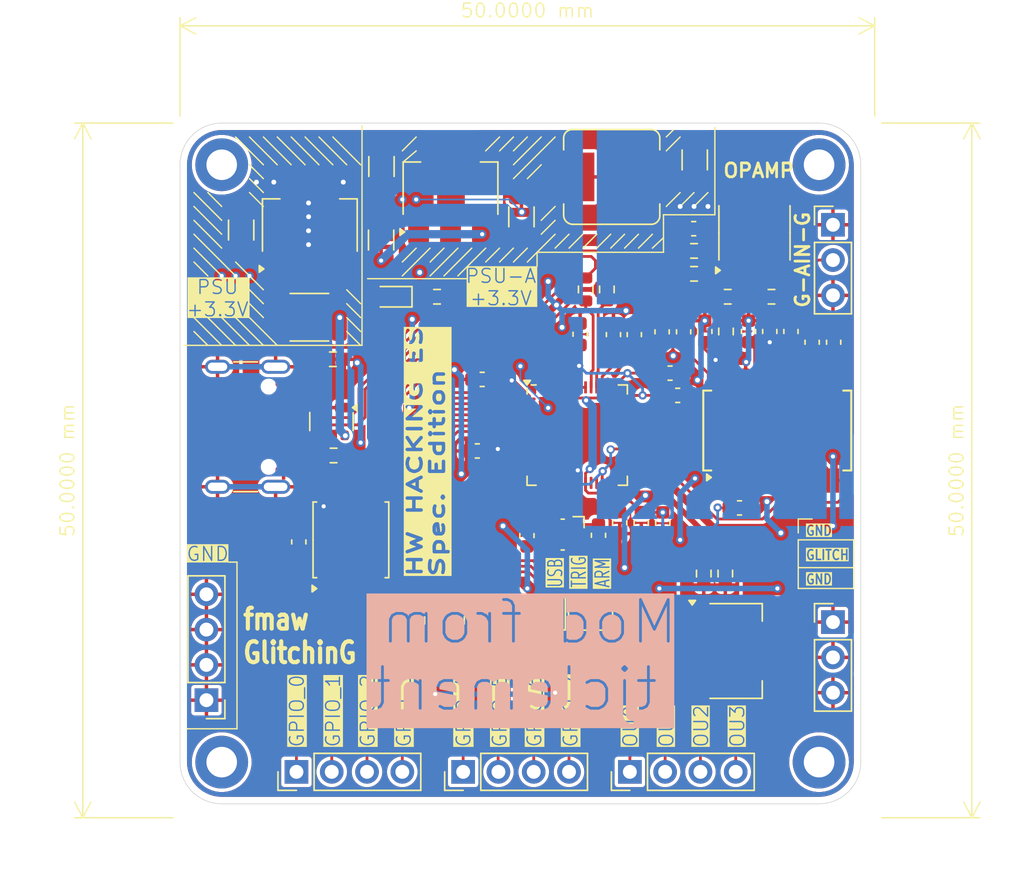
<source format=kicad_pcb>
(kicad_pcb (version 20240108) (generator "pcbnew") (generator_version "8.0")
  (layers (0 "F.Cu" mixed) (31 "B.Cu" signal) (34 "B.Paste" user) (35 "F.Paste" user) (36 "B.SilkS" user "B.Silkscreen") (37 "F.SilkS" user "F.Silkscreen") (38 "B.Mask" user) (39 "F.Mask" user) (44 "Edge.Cuts" user))
  (net 0 "")
  (net 1 "GND")
  (net 2 "VBUS")
  (net 3 "+3.3V")
  (net 4 "Net-(U2-VO)")
  (net 5 "+3.3VA")
  (net 6 "Net-(U3A--)")
  (net 7 "V_REF")
  (net 8 "/TS")
  (net 9 "/TF")
  (net 10 "/x-")
  (net 11 "/x+")
  (net 12 "+1V1")
  (net 13 "/IO12")
  (net 14 "Net-(D1-K)")
  (net 15 "Net-(D2-K)")
  (net 16 "/IO15")
  (net 17 "Net-(D3-K)")
  (net 18 "/IO13")
  (net 19 "Net-(F1-Pad1)")
  (net 21 "/cc2")
  (net 22 "/cc1")
  (net 24 "Net-(J2-Pin_2)")
  (net 25 "Net-(J3-Pin_2)")
  (net 26 "Net-(J4-Pin_2)")
  (net 27 "Net-(J4-Pin_3)")
  (net 28 "Net-(J4-Pin_1)")
  (net 29 "Net-(J4-Pin_4)")
  (net 30 "Net-(J5-Pin_2)")
  (net 31 "Net-(J5-Pin_4)")
  (net 32 "Net-(J5-Pin_1)")
  (net 33 "Net-(J5-Pin_3)")
  (net 34 "Net-(J6-Pin_1)")
  (net 35 "Net-(J6-Pin_3)")
  (net 36 "Net-(J6-Pin_2)")
  (net 37 "Net-(J6-Pin_4)")
  (net 38 "Net-(R3-Pad1)")
  (net 39 "Net-(U3A-+)")
  (net 40 "/AIN")
  (net 41 "/D+")
  (net 42 "/D-")
  (net 43 "/IO17")
  (net 44 "/IO0")
  (net 45 "/IO1")
  (net 46 "/IO2")
  (net 47 "/IO3")
  (net 48 "/IO4")
  (net 49 "/IO5")
  (net 50 "/IO6")
  (net 51 "/IO7")
  (net 52 "/IO8")
  (net 53 "/IO9")
  (net 54 "/IO10")
  (net 55 "/IO11")
  (net 57 "/CLK")
  (net 59 "/OTR")
  (net 60 "/D5")
  (net 61 "/SD1")
  (net 63 "/D9")
  (net 65 "/D3")
  (net 66 "/D1")
  (net 67 "/D0")
  (net 68 "/SD3")
  (net 69 "/CS")
  (net 70 "/D8")
  (net 71 "/D4")
  (net 72 "/SD2")
  (net 73 "/D6")
  (net 75 "/SD0")
  (net 76 "/D7")
  (net 77 "/D2")
  (net 79 "/DN")
  (net 80 "/DP")
  (net 81 "Net-(D5-K)")
  (net 82 "Net-(Q2-G)")
  (net 83 "/SCK")
  (footprint "Resistor_SMD:R_0603_1608Metric" (layer "F.Cu") (at 67 34.85)
    (property "Reference" "R5" (hide yes))
    (property "Value" "5.1k" (hide yes))
  )
  (footprint "Capacitor_SMD:C_1206_3216Metric" (layer "F.Cu") (at 67.05 26.65 90)
    (property "Reference" "C5" (hide yes))
    (property "Value" "47uF" (hide yes))
  )
  (footprint "Capacitor_SMD:C_0603_1608Metric" (layer "F.Cu") (at 72.45 39 90)
    (property "Reference" "C14" (hide yes))
    (property "Value" "100nF" (hide yes))
  )
  (footprint "Capacitor_SMD:C_0603_1608Metric" (layer "F.Cu") (at 65.825 43.6)
    (property "Reference" "C21" (hide yes))
    (property "Value" "100nF" (hide yes))
  )
  (footprint "Connector_PinHeader_2.54mm:PinHeader_1x03_P2.54mm_Vertical" (layer "F.Cu") (at 77 59.92)
    (property "Reference" "J3" (hide yes))
    (property "Value" "GLITCH" (hide yes))
  )
  (footprint "Resistor_SMD:R_0603_1608Metric" (layer "F.Cu") (at 69.425 36.5)
    (property "Reference" "R3" (hide yes))
    (property "Value" "27k" (hide yes))
  )
  (footprint "Package_TO_SOT_SMD:SOT-143" (layer "F.Cu") (at 40.9 45.48 -90)
    (property "Reference" "D4" (hide yes))
    (property "Value" "PRTR5V0U2X" (hide yes))
  )
  (footprint "Capacitor_SMD:C_0603_1608Metric" (layer "F.Cu") (at 70.275 51.7)
    (property "Reference" "C15" (hide yes))
    (property "Value" "100nF" (hide yes))
  )
  (footprint "Capacitor_SMD:C_0603_1608Metric" (layer "F.Cu") (at 60.12071 53.670711 -90)
    (property "Reference" "C17" (hide yes))
    (property "Value" "8pF" (hide yes))
  )
  (footprint "Connector_PinHeader_2.54mm:PinHeader_1x04_P2.54mm_Vertical" (layer "F.Cu") (at 50.38 70.7 90)
    (property "Reference" "J5" (hide yes))
    (property "Value" "ANA2" (hide yes))
  )
  (footprint "Resistor_SMD:R_0603_1608Metric" (layer "F.Cu") (at 58.7 62.225 90)
    (property "Reference" "R14" (hide yes))
    (property "Value" "470" (hide yes))
  )
  (footprint "Resistor_SMD:R_0603_1608Metric" (layer "F.Cu") (at 60.4 62.225 90)
    (property "Reference" "R13" (hide yes))
    (property "Value" "470" (hide yes))
  )
  (footprint "Resistor_SMD:R_0603_1608Metric" (layer "F.Cu") (at 72.575 36.5)
    (property "Reference" "R4" (hide yes))
    (property "Value" "2.7k" (hide yes))
  )
  (footprint "Capacitor_SMD:C_1206_3216Metric" (layer "F.Cu") (at 44.5 27.125001 -90)
    (property "Reference" "C4" (hide yes))
    (property "Value" "47uF" (hide yes))
  )
  (footprint "Capacitor_SMD:C_0603_1608Metric" (layer "F.Cu") (at 61.65 52.775 -90)
    (property "Reference" "C26" (hide yes))
    (property "Value" "1uF" (hide yes))
  )
  (footprint "Capacitor_SMD:C_0603_1608Metric" (layer "F.Cu") (at 63.2 52.775 -90)
    (property "Reference" "C20" (hide yes))
    (property "Value" "100nF" (hide yes))
  )
  (footprint "Capacitor_SMD:C_0603_1608Metric" (layer "F.Cu") (at 61.2 39.225 90)
    (property "Reference" "C27" (hide yes))
    (property "Value" "100nF" (hide yes))
  )
  (footprint "Capacitor_SMD:C_0603_1608Metric" (layer "F.Cu") (at 51.4 47.6 180)
    (property "Reference" "C25" (hide yes))
    (property "Value" "1uF" (hide yes))
  )
  (footprint "Capacitor_SMD:C_0603_1608Metric" (layer "F.Cu") (at 77.05 39.775 90)
    (property "Reference" "C12" (hide yes))
    (property "Value" "100nF" (hide yes))
  )
  (footprint "Connector_PinHeader_2.54mm:PinHeader_1x03_P2.54mm_Vertical" (layer "F.Cu") (at 77 31.320001)
    (property "Reference" "J2" (hide yes))
    (property "Value" "AIN" (hide yes))
  )
  (footprint "Connector_PinHeader_2.54mm:PinHeader_1x04_P2.54mm_Vertical" (layer "F.Cu") (at 62.38 70.7 90)
    (property "Reference" "J6" (hide yes))
    (property "Value" "ANA3" (hide yes))
  )
  (footprint "Capacitor_SMD:C_1206_3216Metric" (layer "F.Cu") (at 54.575 30.750001 90)
    (property "Reference" "C3" (hide yes))
    (property "Value" "47uF" (hide yes))
  )
  (footprint "Capacitor_SMD:C_1206_3216Metric" (layer "F.Cu") (at 34.4 31.7 -90)
    (property "Reference" "C2" (hide yes))
    (property "Value" "47uF" (hide yes))
  )
  (footprint "Inductor_SMD:L_Bourns_SRP7028A_7.3x6.6mm" (layer "F.Cu") (at 61.075 27.875)
    (property "Reference" "L1" (hide yes))
    (property "Value" "10uH" (hide yes))
  )
  (footprint "Capacitor_SMD:C_0603_1608Metric" (layer "F.Cu") (at 38.55 54.15 -90)
    (property "Reference" "C16" (hide yes))
    (property "Value" "100nF" (hide yes))
  )
  (footprint "Resistor_SMD:R_Array_Concave_4x0402" (layer "F.Cu") (at 51.6 59.8 -90)
    (property "Reference" "RN2" (hide yes))
    (property "Value" "C728722" (hide yes))
  )
  (footprint "Capacitor_SMD:C_1206_3216Metric" (layer "F.Cu") (at 44.475 32.420001 90)
    (property "Reference" "C1" (hide yes))
    (property "Value" "47uF" (hide yes))
  )
  (footprint "Package_TO_SOT_SMD:SOT-223-3_TabPin2" (layer "F.Cu") (at 49.47 28.710001 90)
    (property "Reference" "U2" (hide yes))
    (property "Value" "TLV76133" (hide yes))
  )
  (footprint "Package_SO:SOIC-8_5.23x5.23mm_P1.27mm" (layer "F.Cu") (at 42.3 54 90)
    (property "Reference" "U5" (hide yes))
    (property "Value" "W25Q128JVS" (hide yes))
  )
  (footprint "Package_SO:SO-8_3.9x4.9mm_P1.27mm" (layer "F.Cu") (at 71.350001 31.9 90)
    (property "Reference" "U3" (hide yes))
    (property "Value" "LM358" (hide yes))
  )
  (footprint "Resistor_SMD:R_0603_1608Metric" (layer "F.Cu") (at 59.2 35.975 90)
    (property "Reference" "R8" (hide yes))
    (property "Value" "22" (hide yes))
  )
  (footprint "Package_TO_SOT_SMD:SOT-223-3_TabPin2" (layer "F.Cu") (at 70 62)
    (property "Reference" "Q2" (hide yes))
    (property "Value" "IRLB8721PBF" (hide yes))
  )
  (footprint "Capacitor_SMD:C_0603_1608Metric" (layer "F.Cu") (at 51.75 42.45 180)
    (property "Reference" "C24" (hide yes))
    (property "Value" "100nF" (hide yes))
  )
  (footprint "Resistor_SMD:R_0603_1608Metric" (layer "F.Cu") (at 67.7 56.425 90)
    (property "Reference" "R10" (hide yes))
    (property "Value" "10" (hide yes))
  )
  (footprint "Resistor_SMD:R_0603_1608Metric" (layer "F.Cu") (at 67 33.2 180)
    (property "Reference" "R6" (hide yes))
    (property "Value" "5.1k" (hide yes))
  )
  (footprint "Capacitor_SMD:C_0603_1608Metric" (layer "F.Cu") (at 54.970711 53.69571 -90)
    (property "Reference" "C18" (hide yes))
    (property "Value" "8pF" (hide yes))
  )
  (footprint "LED_SMD:LED_0603_1608Metric" (layer "F.Cu") (at 45.212499 36.5 180)
    (property "Reference" "D5" (hide yes))
    (property "Value" "GRE" (hide yes))
  )
  (footprint "Capacitor_SMD:C_0603_1608Metric" (layer "F.Cu") (at 58.8 39.2 90)
    (property "Reference" "C22" (hide yes))
    (property "Value" "100nF" (hide yes))
  )
  (footprint "Resistor_SMD:R_0603_1608Metric" (layer "F.Cu") (at 48.5 36.5 180)
    (property "Reference" "R27" (hide yes))
    (property "Value" "470" (hide yes))
  )
  (footprint "LED_SMD:LED_0603_1608Metric" (layer "F.Cu") (at 60.4 59.012499 90)
    (property "Reference" "D2" (hide yes))
    (property "Value" "ORA" (hide yes))
  )
  (footprint "Capacitor_SMD:C_0603_1608Metric" (layer "F.Cu") (at 66.25 39.025 90)
    (property "Reference" "C8" (hide yes))
    (property "Value" "1uF" (hide yes))
  )
  (footprint "Resistor_SMD:R_0603_1608Metric" (layer "F.Cu") (at 60.725 35.975 90)
    (property "Reference" "R9" (hide yes))
    (property "Value" "22" (hide yes))
  )
  (footprint "Capacitor_SMD:C_0603_1608Metric" (layer "F.Cu") (at 67.775 39 90)
    (property "Reference" "C6" (hide yes))
    (property "Value" "100nF" (hide yes))
  )
  (footprint "Resistor_SMD:R_0603_1608Metric" (layer "F.Cu") (at 41 41 180)
    (property "Reference" "R1" (hide yes))
    (property "Value" "5.1k" (hide yes))
  )
  (footprint "Capacitor_SMD:C_0603_1608Metric" (layer "F.Cu") (at 64.7 39.025 90)
    (property "Reference" "C9" (hide yes))
    (property "Value" "100nF" (hide yes))
  )
  (footprint "Crystal:Crystal_SMD_Abracon_ABM10-4Pin_2.5x2.0mm" (layer "F.Cu") (at 57.545711 53.62071 -90)
    (property "Reference" "Y1" (hide yes))
    (property "Value" "12MHz" (hide yes))
  )
  (footprint "Capacitor_SMD:C_0603_1608Metric" (layer "F.Cu") (at 64.75 52.8 -90)
    (property "Reference" "C19" (hide yes))
    (property "Value" "100nF" (hide yes))
  )
  (footprint "MountingHole:MountingHole_2.2mm_M2_DIN965_Pad" (layer "F.Cu") (at 33 27)
    (property "Reference" "H1" (hide yes))
    (property "Value" "MH" (hide yes))
  )
  (footprint "Package_SO:SSOP-28_5.3x10.2mm_P0.65mm" (layer "F.Cu") (at 72.99 46.13 90)
    (property "Reference" "U6" (hide yes))
    (property "Value" "MS9280" (hide yes))
  )
  (footprint "Capacitor_SMD:C_0603_1608Metric" (layer "F.Cu") (at 66.975 31.6 180)
    (property "Reference" "C7" (hide yes))
    (property "Value" "1uF" (hide yes))
  )
  (footprint "Package_DFN_QFN:QFN-56-1EP_7x7mm_P0.4mm_EP3.2x3.2mm" (layer "F.Cu") (at 58.59 46.46)
    (property "Reference" "U4" (hide yes))
    (property "Value" "RP2040" (hide yes))
  )
  (footprint "MountingHole:MountingHole_2.2mm_M2_DIN965_Pad" (layer "F.Cu") (at 33 70)
    (property "Reference" "H2" (hide yes))
    (property "Value" "MH" (hide yes))
  )
  (footprint "Capacitor_SMD:C_0603_1608Metric" (layer "F.Cu") (at 62.7 39.225 90)
    (property "Reference" "C28" (hide yes))
    (property "Value" "100nF" (hide yes))
  )
  (footprint "Resistor_SMD:R_0603_1608Metric" (layer "F.Cu") (at 41.05 47.925 180)
    (property "Reference" "R2" (hide yes))
    (property "Value" "5.1k" (hide yes))
  )
  (footprint "Connector_PinHeader_2.54mm:PinHeader_1x04_P2.54mm_Vertical" (layer "F.Cu") (at 38.38 70.7 90)
    (property "Reference" "J4" (hide yes))
    (property "Value" "ANA1" (hide yes))
  )
  (footprint "Resistor_SMD:R_Array_Concave_4x0402" (layer "F.Cu") (at 54.45 59.800001 -90)
    (property "Reference" "RN3" (hide yes))
    (property "Value" "C728722" (hide yes))
  )
  (footprint "Capacitor_SMD:C_0603_1608Metric" (layer "F.Cu") (at 75.5 39.775 90)
    (property "Reference" "C11" (hide yes))
    (property "Value" "100nF" (hide yes))
  )
  (footprint "Connector_USB:USB_C_Receptacle_GCT_USB4105-xx-A_16P_TopMnt_Horizontal" (layer "F.Cu") (at 33.775 45.86 -90)
    (property "Reference" "J1" (hide yes))
    (property "Value" "USB_C_Receptacle_USB2.0_16P" (hide yes))
  )
  (footprint "Resistor_SMD:R_0603_1608Metric" (layer "F.Cu") (at 57 62.175 90)
    (property "Reference" "R12" (hide yes))
    (property "Value" "470" (hide yes))
  )
  (footprint "Capacitor_SMD:C_0603_1608Metric" (layer "F.Cu") (at 65.275 42)
    (property "Reference" "C23" (hide yes))
    (property "Value" "100nF" (hide yes))
  )
  (footprint "LED_SMD:LED_0603_1608Metric" (layer "F.Cu") (at 58.7 59.012499 90)
    (property "Reference" "D3" (hide yes))
    (property "Value" "PIN" (hide yes))
  )
  (footprint "Fuse:Fuse_1812_4532Metric" (layer "F.Cu") (at 39.3125 37.975)
    (property "Reference" "F1" (hide yes))
    (property "Value" "Fuse" (hide yes))
  )
  (footprint "Capacitor_SMD:C_0603_1608Metric" (layer "F.Cu") (at 70.925 39 90)
    (property "Reference" "C13" (hide yes))
    (property "Value" "100nF" (hide yes))
  )
  (footprint "Resistor_SMD:R_Array_Concave_4x0402" (layer "F.Cu") (at 48.75 59.800001 -90)
    (property "Reference" "RN1" (hide yes))
    (property "Value" "C728722" (hide yes))
  )
  (footprint "Capacitor_SMD:C_0603_1608Metric" (layer "F.Cu") (at 73.975 39 90)
    (property "Reference" "C10" (hide yes))
    (property "Value" "10uF" (hide yes))
  )
  (footprint "MountingHole:MountingHole_2.2mm_M2_DIN965_Pad" (layer "F.Cu") (at 76 27)
    (property "Reference" "H4" (hide yes))
    (property "Value" "MH" (hide yes))
  )
  (footprint "Package_TO_SOT_SMD:SOT-223-3_TabPin2" (layer "F.Cu") (at 39.3425 31.365001 90)
    (property "Reference" "U1" (hide yes))
    (property "Value" "TLV76133" (hide yes))
  )
  (footprint "Connector_PinHeader_2.54mm:PinHeader_1x04_P2.54mm_Vertical" (layer "F.Cu") (at 31.9 65.54 180)
    (property "Reference" "J7" (hide yes))
    (property "Value" "GND" (hide yes))
  )
  (footprint "Resistor_SMD:R_0603_1608Metric" (layer "F.Cu") (at 69.3 39 90)
    (property "Reference" "R7" (hide yes))
    (property "Value" "10" (hide yes))
  )
  (footprint "Resistor_SMD:R_0603_1608Metric" (layer "F.Cu") (at 69.25 56.425 90)
    (property "Reference" "R11" (hide yes))
    (property "Value" "1k" (hide yes))
  )
  (footprint "MountingHole:MountingHole_2.2mm_M2_DIN965_Pad" (layer "F.Cu") (at 76 70)
    (property "Reference" "H3" (hide yes))
    (property "Value" "MH" (hide yes))
  )
  (footprint "LED_SMD:LED_0603_1608Metric" (layer "F.Cu") (at 57 59 90)
    (property "Reference" "D1" (hide yes))
    (property "Value" "YEL" (hide yes))
  )
  (gr_line (start 55 28) (end 56 27) (stroke (width 0.1)) (layer "F.SilkS"))
  (gr_line (start 54 34) (end 55 33) (stroke (width 0.1)) (layer "F.SilkS"))
  (gr_line (start 36 30) (end 35 29) (stroke (width 0.1)) (layer "F.SilkS"))
  (gr_line (start 61 33) (end 62 32) (stroke (width 0.1)) (layer "F.SilkS"))
  (gr_line (start 74.5 52.5) (end 75.5 52.5) (stroke (width 0.1)) (layer "F.SilkS"))
  (gr_line (start 31 30) (end 33 32) (stroke (width 0.1)) (layer "F.SilkS"))
  (gr_line (start 55.7 33.3) (end 64.8 33.3) (stroke (width 0.1)) (layer "F.SilkS"))
  (gr_line (start 68.3 30.6) (end 68.5 30.6) (stroke (width 0.1)) (layer "F.SilkS"))
  (gr_line (start 35 38) (end 37 40) (stroke (width 0.1)) (layer "F.SilkS"))
  (gr_line (start 54 27) (end 56 25) (stroke (width 0.1)) (layer "F.SilkS"))
  (gr_line (start 65 26) (end 66 25) (stroke (width 0.1)) (layer "F.SilkS"))
  (gr_line (start 33 38) (end 35 40) (stroke (width 0.1)) (layer "F.SilkS"))
  (gr_line (start 49 35) (end 51 33) (stroke (width 0.1)) (layer "F.SilkS"))
  (gr_line (start 74.5 54) (end 78.5 54) (stroke (width 0.1)) (layer "F.SilkS"))
  (gr_line (start 31 38) (end 33 40) (stroke (width 0.1)) (layer "F.SilkS"))
  (gr_line (start 65 30) (end 66 29) (stroke (width 0.1)) (layer "F.SilkS"))
  (gr_line (start 43.1 40) (end 30.3 40) (stroke (width 0.1)) (layer "F.SilkS"))
  (gr_line (start 53 34) (end 54 33) (stroke (width 0.1)) (layer "F.SilkS"))
  (gr_line (start 39 25) (end 41 27) (stroke (width 0.1)) (layer "F.SilkS"))
  (gr_line (start 55 34) (end 57 32) (stroke (width 0.1)) (layer "F.SilkS"))
  (gr_line (start 50.6 35.2) (end 43.5 35.2) (stroke (width 0.1)) (layer "F.SilkS"))
  (gr_line (start 65 25) (end 65.5 24.5) (stroke (width 0.1)) (layer "F.SilkS"))
  (gr_line (start 41 25) (end 43 27) (stroke (width 0.1)) (layer "F.SilkS"))
  (gr_line (start 54 28) (end 57 25) (stroke (width 0.1)) (layer "F.SilkS"))
  (gr_line (start 31 32) (end 33 34) (stroke (width 0.1)) (layer "F.SilkS"))
  (gr_line (start 43.1 24.2) (end 43.1 39.7) (stroke (width 0.1)) (layer "F.SilkS"))
  (gr_line (start 78.5 56) (end 74.5 56) (stroke (width 0.1)) (layer "F.SilkS"))
  (gr_line (start 34 38) (end 36 40) (stroke (width 0.1)) (layer "F.SilkS"))
  (gr_line (start 42 39) (end 43 40) (stroke (width 0.1)) (layer "F.SilkS"))
  (gr_line (start 57 33) (end 58 32) (stroke (width 0.1)) (layer "F.SilkS"))
  (gr_line (start 54 25) (end 53 26) (stroke (width 0.1)) (layer "F.SilkS"))
  (gr_line (start 42 36) (end 43 37) (stroke (width 0.1)) (layer "F.SilkS"))
  (gr_line (start 59 33) (end 60 32) (stroke (width 0.1)) (layer "F.SilkS"))
  (gr_line (start 43.1 39.7) (end 43.1 40) (stroke (width 0.1)) (layer "F.SilkS"))
  (gr_line (start 36 25) (end 38 27) (stroke (width 0.1)) (layer "F.SilkS"))
  (gr_line (start 31 31) (end 33 33) (stroke (width 0.1)) (layer "F.SilkS"))
  (gr_line (start 58 33) (end 59 32) (stroke (width 0.1)) (layer "F.SilkS"))
  (gr_line (start 31 34) (end 32 35) (stroke (width 0.1)) (layer "F.SilkS"))
  (gr_line (start 31 29) (end 33 31) (stroke (width 0.1)) (layer "F.SilkS"))
  (gr_line (start 31 33) (end 33 35) (stroke (width 0.1)) (layer "F.SilkS"))
  (gr_line (start 50 35) (end 52 33) (stroke (width 0.1)) (layer "F.SilkS"))
  (gr_line (start 36 29) (end 35 28) (stroke (width 0.1)) (layer "F.SilkS"))
  (gr_line (start 35 37) (end 36 38) (stroke (width 0.1)) (layer "F.SilkS"))
  (gr_line (start 63 33) (end 64 32) (stroke (width 0.1)) (layer "F.SilkS"))
  (gr_line (start 66 30) (end 67 29) (stroke (width 0.1)) (layer "F.SilkS"))
  (gr_line (start 53 25) (end 52 26) (stroke (width 0.1)) (layer "F.SilkS"))
  (gr_line (start 64.8 33.3) (end 64.8 31.2) (stroke (width 0.1)) (layer "F.SilkS"))
  (gr_line (start 68.5 30.6) (end 68.5 24.3) (stroke (width 0.1)) (layer "F.SilkS"))
  (gr_line (start 64 33) (end 64.8 32.25) (stroke (width 0.1)) (layer "F.SilkS"))
  (gr_line (start 78.5 54) (end 78.5 57.5) (stroke (width 0.1)) (layer "F.SilkS"))
  (gr_line (start 46 35) (end 48 33) (stroke (width 0.1)) (layer "F.SilkS"))
  (gr_line (start 52 34) (end 53 33) (stroke (width 0.1)) (layer "F.SilkS"))
  (gr_line (start 56 31) (end 57 30) (stroke (width 0.1)) (layer "F.SilkS"))
  (gr_line (start 78.5 57.5) (end 74.5 57.5) (stroke (width 0.1)) (layer "F.SilkS"))
  (gr_line (start 38 25) (end 40 27) (stroke (width 0.1)) (layer "F.SilkS"))
  (gr_line (start 74.5 57.5) (end 74.5 54) (stroke (width 0.1)) (layer "F.SilkS"))
  (gr_line (start 35 36) (end 36 37) (stroke (width 0.1)) (layer "F.SilkS"))
  (gr_line (start 55.7 34.3) (end 55.7 33.3) (stroke (width 0.1)) (layer "F.SilkS"))
  (gr_line (start 48 35) (end 50 33) (stroke (width 0.1)) (layer "F.SilkS"))
  (gr_line (start 34.1 67.6) (end 30.5 67.6) (stroke (width 0.1)) (layer "F.SilkS"))
  (gr_line (start 74.5 52.5) (end 74.5 53.5) (stroke (width 0.1)) (layer "F.SilkS"))
  (gr_line (start 46 34) (end 47 33) (stroke (width 0.1)) (layer "F.SilkS"))
  (gr_line (start 40 25) (end 42 27) (stroke (width 0.1)) (layer "F.SilkS"))
  (gr_line (start 42 38) (end 43 39) (stroke (width 0.1)) (layer "F.SilkS"))
  (gr_line (start 42 37) (end 43 38) (stroke (width 0.1)) (layer "F.SilkS"))
  (gr_line (start 33 30) (end 32 29) (stroke (width 0.1)) (layer "F.SilkS"))
  (gr_line (start 34.1 55.6) (end 34.1 67.6) (stroke (width 0.1)) (layer "F.SilkS"))
  (gr_line (start 54 26) (end 55 25) (stroke (width 0.1)) (layer "F.SilkS"))
  (gr_line (start 60 33) (end 61 32) (stroke (width 0.1)) (layer "F.SilkS"))
  (gr_line (start 35 27) (end 36 28) (stroke (width 0.1)) (layer "F.SilkS"))
  (gr_line (start 56 32) (end 57 31) (stroke (width 0.1)) (layer "F.SilkS"))
  (gr_line (start 33 34) (end 34 35) (stroke (width 0.1)) (layer "F.SilkS"))
  (gr_line (start 32 38) (end 34 40) (stroke (width 0.1)) (layer "F.SilkS"))
  (gr_line (start 47 25) (end 46 26) (stroke (width 0.1)) (layer "F.SilkS"))
  (gr_line (start 64.8 31.2) (end 64.8 30.6) (stroke (width 0.1)) (layer "F.SilkS"))
  (gr_line (start 35 25) (end 37 27) (stroke (width 0.1)) (layer "F.SilkS"))
  (gr_line (start 37 25) (end 39 27) (stroke (width 0.1)) (layer "F.SilkS"))
  (gr_line (start 31 39) (end 32 40) (stroke (width 0.1)) (layer "F.SilkS"))
  (gr_line (start 48 34) (end 49 33) (stroke (width 0.1)) (layer "F.SilkS"))
  (gr_line (start 34 34) (end 36 36) (stroke (width 0.1)) (layer "F.SilkS"))
  (gr_line (start 36 27) (end 34 25) (stroke (width 0.1)) (layer "F.SilkS"))
  (gr_line (start 47 26) (end 46.06 26.800001) (stroke (width 0.1)) (layer "F.SilkS"))
  (gr_line (start 62 33) (end 63 32) (stroke (width 0.1)) (layer "F.SilkS"))
  (gr_line (start 64.8 30.6) (end 68.3 30.6) (stroke (width 0.1)) (layer "F.SilkS"))
  (gr_line (start 67 30) (end 68 29) (stroke (width 0.1)) (layer "F.SilkS"))
  (gr_line (start 33.5 55.6) (end 34.1 55.6) (stroke (width 0.1)) (layer "F.SilkS"))
  (gr_arc (start 79 70) (mid 78.12132 72.12132) (end 76 73) (stroke (width 0.05)) (layer "Edge.Cuts"))
  (gr_arc (start 76 24) (mid 78.12132 24.87868) (end 79 27) (stroke (width 0.05)) (layer "Edge.Cuts"))
  (gr_line (start 30 70) (end 30 27) (stroke (width 0.05)) (layer "Edge.Cuts"))
  (gr_arc (start 30 27) (mid 30.87868 24.87868) (end 33 24) (stroke (width 0.05)) (layer "Edge.Cuts"))
  (gr_arc (start 33 73) (mid 30.87868 72.12132) (end 30 70) (stroke (width 0.05)) (layer "Edge.Cuts"))
  (gr_line (start 76 73) (end 33 73) (stroke (width 0.05)) (layer "Edge.Cuts"))
  (gr_line (start 33 24) (end 76 24) (stroke (width 0.05)) (layer "Edge.Cuts"))
  (gr_line (start 79 27) (end 79 70) (stroke (width 0.05)) (layer "Edge.Cuts"))
  (gr_text "Mod from \ntjclement" (at 54 66.5 0) (layer "B.SilkS" knockout) (effects (font (size 3 3) (thickness 0.2) (bold yes)) (justify bottom mirror)))
  (gr_text "G-AIN-G" (at 75.4 37.4 90) (layer "F.SilkS") (effects (font (size 1 1) (thickness 0.2) (bold yes)) (justify left bottom)))
  (gr_text "OU0" (at 63 69 90) (layer "F.SilkS" knockout) (effects (font (size 1 1) (thickness 0.1)) (justify left bottom)))
  (gr_text "GLITCH" (at 75 55.5 0) (layer "F.SilkS" knockout) (effects (font (size 0.7 0.6) (thickness 0.12) (bold yes)) (justify left bottom)))
  (gr_text "OU2" (at 68.1 69 90) (layer "F.SilkS" knockout) (effects (font (size 1 1) (thickness 0.1)) (justify left bottom)))
  (gr_text "GPIO_4" (at 51 69 90) (layer "F.SilkS" knockout) (effects (font (size 1 1) (thickness 0.1)) (justify left bottom)))
  (gr_text "TRIG" (at 59.3 57.5 90) (layer "F.SilkS" knockout) (effects (font (size 1 0.7) (thickness 0.1)) (justify left bottom)))
  (gr_text "GPIO_1\n" (at 41.6 69 90) (layer "F.SilkS" knockout) (effects (font (size 1 1) (thickness 0.1)) (justify left bottom)))
  (gr_text "OU1" (at 65.6 69 90) (layer "F.SilkS" knockout) (effects (font (size 1 1) (thickness 0.1)) (justify left bottom)))
  (gr_text "GPIO_6" (at 56.1 69 90) (layer "F.SilkS" knockout) (effects (font (size 1 1) (thickness 0.1)) (justify left bottom)))
  (gr_text "fmaw\nGlitchinG" (at 34.4 63 0) (layer "F.SilkS") (effects (font (size 1.5 1.2) (thickness 0.3) (bold yes)) (justify left bottom)))
  (gr_text "OPAMP\n" (at 69 28 0) (layer "F.SilkS") (effects (font (size 1 1) (thickness 0.2) (bold yes)) (justify left bottom)))
  (gr_text "GND" (at 30.4 55.6 0) (layer "F.SilkS" knockout) (effects (font (size 1 1) (thickness 0.1)) (justify left bottom)))
  (gr_text "GND" (at 75 57.25 0) (layer "F.SilkS" knockout) (effects (font (size 0.7 0.6) (thickness 0.12) (bold yes)) (justify left bottom)))
  (gr_text "GPIO_2\n" (at 44.1 69 90) (layer "F.SilkS" knockout) (effects (font (size 1 1) (thickness 0.1)) (justify left bottom)))
  (gr_text "GPIO_5" (at 53.6 69 90) (layer "F.SilkS" knockout) (effects (font (size 1 1) (thickness 0.1)) (justify left bottom)))
  (gr_text "USB" (at 57.6 57.5 90) (layer "F.SilkS" knockout) (effects (font (size 1 0.7) (thickness 0.1)) (justify left bottom)))
  (gr_text "ARM" (at 61 57.5 90) (layer "F.SilkS" knockout) (effects (font (size 1 0.7) (thickness 0.1)) (justify left bottom)))
  (gr_text "OU3" (at 70.7 69 90) (layer "F.SilkS" knockout) (effects (font (size 1 1) (thickness 0.1)) (justify left bottom)))
  (gr_text "GPIO_7" (at 58.7 69 90) (layer "F.SilkS" knockout) (effects (font (size 1 1) (thickness 0.1)) (justify left bottom)))
  (gr_text "GPIO_0" (at 39 69 90) (layer "F.SilkS" knockout) (effects (font (size 1 1) (thickness 0.1)) (justify left bottom)))
  (gr_text "PSU\n+3.3V" (at 32.7 38 0) (layer "F.SilkS" knockout) (effects (font (size 1 1) (thickness 0.1)) (justify bottom)))
  (gr_text "PSU-A\n+3.3V" (at 53.1 37.2 0) (layer "F.SilkS" knockout) (effects (font (size 1 1) (thickness 0.1)) (justify bottom)))
  (gr_text "GND" (at 75 53.75 0) (layer "F.SilkS" knockout) (effects (font (size 0.7 0.6) (thickness 0.12) (bold yes)) (justify left bottom)))
  (gr_text "GPIO_3" (at 46.7 69 90) (layer "F.SilkS" knockout) (effects (font (size 1 1) (thickness 0.1)) (justify left bottom)))
  (gr_text "HW HACKING ES\nSpec. Edition" (at 49.1 56.8 90) (layer "F.SilkS" knockout) (effects (font (size 1 1.5) (thickness 0.25) (bold yes)) (justify left bottom)))
  (dimension (type aligned) (layer "F.SilkS") (pts (xy 30 24) (xy 30 74)) (height 7) (gr_text "50,0000 mm" (at 21.9 49 90) (layer "F.SilkS") (effects (font (size 1 1) (thickness 0.1)))) (format (prefix "") (suffix "") (units 3) (units_format 1) (precision 4)) (style (thickness 0.1) (arrow_length 1.27) (text_position_mode 0) (extension_height 0.58642) (extension_offset 0.5) keep_text_aligned))
  (dimension (type aligned) (layer "F.SilkS") (pts (xy 30 24) (xy 80 24)) (height -7) (gr_text "50,0000 mm" (at 55 15.9 0) (layer "F.SilkS") (effects (font (size 1 1) (thickness 0.1)))) (format (prefix "") (suffix "") (units 3) (units_format 1) (precision 4)) (style (thickness 0.1) (arrow_length 1.27) (text_position_mode 0) (extension_height 0.58642) (extension_offset 0.5) keep_text_aligned))
  (dimension (type aligned) (layer "F.SilkS") (pts (xy 80 74.000001) (xy 80.000001 24)) (height 7) (gr_text "50,0000 mm" (at 85.900001 49 89.99999771) (layer "F.SilkS") (effects (font (size 1 1) (thickness 0.1)))) (format (prefix "") (suffix "") (units 3) (units_format 1) (precision 4)) (style (thickness 0.1) (arrow_length 1.27) (text_position_mode 0) (extension_height 0.58642) (extension_offset 0.5) keep_text_aligned))
  (segment (start 68.765 49.73) (end 67.22 49.73) (width 0.2) (layer "F.Cu") (net 1))
  (segment (start 67.22 49.73) (end 67.07 49.58) (width 0.2) (layer "F.Cu") (net 1))
  (segment (start 70.715 41.235) (end 70.75 41.2) (width 0.2) (layer "F.Cu") (net 1))
  (segment (start 70.715 42.530001) (end 70.715 41.235) (width 0.2) (layer "F.Cu") (net 1))
  (via (at 47 29.5) (size 0.6) (drill 0.3) (layers "F.Cu" "B.Cu") (net 1))
  (via (at 33 35) (size 0.6) (drill 0.3) (layers "F.Cu" "B.Cu") (net 1))
  (via (at 67.25 42.5) (size 0.6) (drill 0.35) (layers "F.Cu" "B.Cu") (net 1))
  (via (at 34 35) (size 0.6) (drill 0.3) (layers "F.Cu" "B.Cu") (net 1))
  (via (at 72.25 51.25) (size 0.6) (drill 0.35) (layers "F.Cu" "B.Cu") (net 1))
  (via (at 49.75 41.75) (size 0.6) (drill 0.35) (layers "F.Cu" "B.Cu") (net 1))
  (via (at 57.1 37.1) (size 0.6) (drill 0.35) (layers "F.Cu" "B.Cu") (net 1))
  (via (at 46.5 44.5) (size 0.6) (drill 0.3) (layers "F.Cu" "B.Cu") (net 1))
  (via (at 46 29.5) (size 0.6) (drill 0.3) (layers "F.Cu" "B.Cu") (net 1))
  (via (at 43 47) (size 0.6) (drill 0.3) (layers "F.Cu" "B.Cu") (net 1))
  (via (at 56.5 44.5) (size 0.6) (drill 0.3) (layers "F.Cu" "B.Cu") (net 1))
  (via (at 70.75 41.2) (size 0.6) (drill 0.3) (layers "F.Cu" "B.Cu") (net 1))
  (via (at 62.1 37.5) (size 0.6) (drill 0.35) (layers "F.Cu" "B.Cu") (net 1))
  (via (at 70.925 38.225) (size 0.6) (drill 0.3) (layers "F.Cu" "B.Cu") (net 1))
  (via (at 65.5 40.75) (size 0.6) (drill 0.35) (layers "F.Cu" "B.Cu") (net 1))
  (via (at 55 57.5) (size 0.6) (drill 0.3) (layers "F.Cu" "B.Cu") (net 1))
  (via (at 56.5 35.4) (size 0.6) (drill 0.35) (layers "F.Cu" "B.Cu") (net 1))
  (via (at 57 65) (size 0.6) (drill 0.3) (layers "F.Cu" "B.Cu") (net 1))
  (via (at 66 54) (size 0.6) (drill 0.3) (layers "F.Cu" "B.Cu") (net 1))
  (via (at 48.367721 65.103881) (size 0.6) (drill 0.3) (layers "F.Cu" "B.Cu") (net 1))
  (via (at 54.5 41.5) (size 0.6) (drill 0.3) (layers "F.Cu" "B.Cu") (net 1))
  (via (at 54.6 30.4) (size 0.6) (drill 0.35) (layers "F.Cu" "B.Cu") (net 1))
  (via (at 62 56) (size 0.6) (drill 0.35) (layers "F.Cu" "B.Cu") (net 1))
  (via (at 67.07 49.58) (size 0.6) (drill 0.3) (layers "F.Cu" "B.Cu") (net 1))
  (via (at 67.775 38.225) (size 0.6) (drill 0.3) (layers "F.Cu" "B.Cu") (net 1))
  (via (at 42.75 41.25) (size 0.6) (drill 0.35) (layers "F.Cu" "B.Cu") (net 1))
  (via (at 77 48) (size 0.6) (drill 0.3) (layers "F.Cu" "B.Cu") (net 1))
  (via (at 50.25 49.25) (size 0.6) (drill 0.35) (layers "F.Cu" "B.Cu") (net 1))
  (via (at 47.25 34.75) (size 0.6) (drill 0.35) (layers "F.Cu" "B.Cu") (net 1))
  (via (at 73 57.5) (size 0.6) (drill 0.3) (layers "F.Cu" "B.Cu") (net 1))
  (via (at 77 53) (size 0.6) (drill 0.3) (layers "F.Cu" "B.Cu") (net 1))
  (via (at 35 35) (size 0.6) (drill 0.3) (layers "F.Cu" "B.Cu") (net 1))
  (via (at 57.5 38.7) (size 0.6) (drill 0.35) (layers "F.Cu" "B.Cu") (net 1))
  (via (at 64.5 57.5) (size 0.6) (drill 0.3) (layers "F.Cu" "B.Cu") (net 1))
  (via (at 63.5 50.8) (size 0.6) (drill 0.35) (layers "F.Cu" "B.Cu") (net 1))
  (via (at 73.25 53.5) (size 0.6) (drill 0.35) (layers "F.Cu" "B.Cu") (net 1))
  (via (at 46.716003 38.122809) (size 0.6) (drill 0.35) (layers "F.Cu" "B.Cu") (net 1))
  (via (at 53.25 53) (size 0.6) (drill 0.35) (layers "F.Cu" "B.Cu") (net 1))
  (segment (start 46.716003 38.122809) (end 46.716003 44.283997) (width 0.4) (layer "B.Cu") (net 1))
  (segment (start 56.896119 65.103881) (end 57 65) (width 0.4) (layer "B.Cu") (net 1))
  (segment (start 50.25 49.25) (end 50.25 42.25) (width 0.4) (layer "B.Cu") (net 1))
  (segment (start 67.5 38.5) (end 67.5 42.25) (width 0.4) (layer "B.Cu") (net 1))
  (segment (start 50.25 42.25) (end 49.75 41.75) (width 0.4) (layer "B.Cu") (net 1))
  (segment (start 66 50.65) (end 67.07 49.58) (width 0.4) (layer "B.Cu") (net 1))
  (segment (start 70.925 41.025) (end 70.75 41.2) (width 0.4) (layer "B.Cu") (net 1))
  (segment (start 56.5 44.5) (end 54.5 42.5) (width 0.12) (layer "B.Cu") (net 1))
  (segment (start 55 54.75) (end 53.25 53) (width 0.4) (layer "B.Cu") (net 1))
  (segment (start 55 57.5) (end 55 54.75) (width 0.4) (layer "B.Cu") (net 1))
  (segment (start 64.5 57.5) (end 73 57.5) (width 0.4) (layer "B.Cu") (net 1))
  (segment (start 42.75 41.25) (end 43 41.5) (width 0.4) (layer "B.Cu") (net 1))
  (segment (start 62 52.3) (end 62 56) (width 0.4) (layer "B.Cu") (net 1))
  (segment (start 48.367721 65.103881) (end 56.896119 65.103881) (width 0.4) (layer "B.Cu") (net 1))
  (segment (start 36.88 41.54) (end 32.7 41.54) (width 0.4) (layer "B.Cu") (net 1))
  (segment (start 77 48) (end 77 53) (width 0.4) (layer "B.Cu") (net 1))
  (segment (start 47 29.5) (end 53.7 29.5) (width 0.12) (layer "B.Cu") (net 1))
  (segment (start 57.5 38.7) (end 57.5 37.5) (width 0.4) (layer "B.Cu") (net 1))
  (segment (start 62.1 37.5) (end 57.5 37.5) (width 0.4) (layer "B.Cu") (net 1))
  (segment (start 67.5 42.25) (end 67.25 42.5) (width 0.4) (layer "B.Cu") (net 1))
  (segment (start 56.5 36.5) (end 57.1 37.1) (width 0.4) (layer "B.Cu") (net 1))
  (segment (start 66 54) (end 66 50.65) (width 0.4) (layer "B.Cu") (net 1))
  (segment (start 72.25 52.5) (end 73.25 53.5) (width 0.4) (layer "B.Cu") (net 1))
  (segment (start 53.7 29.5) (end 54.6 30.4) (width 0.12) (layer "B.Cu") (net 1))
  (segment (start 63.5 50.8) (end 62 52.3) (width 0.4) (layer "B.Cu") (net 1))
  (segment (start 57.1 37.1) (end 57.5 37.5) (width 0.4) (layer "B.Cu") (net 1))
  (segment (start 72.25 51.25) (end 72.25 52.5) (width 0.4) (layer "B.Cu") (net 1))
  (segment (start 54.5 42.5) (end 54.5 41.5) (width 0.12) (layer "B.Cu") (net 1))
  (segment (start 67.775 38.225) (end 67.5 38.5) (width 0.4) (layer "B.Cu") (net 1))
  (segment (start 36.88 50.18) (end 32.7 50.18) (width 0.4) (layer "B.Cu") (net 1))
  (segment (start 56.5 35.4) (end 56.5 36.5) (width 0.4) (layer "B.Cu") (net 1))
  (segment (start 46.716003 44.283997) (end 46.5 44.5) (width 0.4) (layer "B.Cu") (net 1))
  (segment (start 43 41.5) (end 43 47) (width 0.4) (layer "B.Cu") (net 1))
  (segment (start 70.925 38.225) (end 70.925 41.025) (width 0.4) (layer "B.Cu") (net 1))
  (segment (start 51.77 31.860001) (end 51.77 31.98) (width 0.6) (layer "F.Cu") (net 2))
  (segment (start 41.475 37.975) (end 41.5 38) (width 0.6) (layer "F.Cu") (net 2))
  (segment (start 41.45 37.975) (end 41.475 37.975) (width 0.6) (layer "F.Cu") (net 2))
  (segment (start 51.77 31.98) (end 51.75 32) (width 0.6) (layer "F.Cu") (net 2))
  (via (at 44.475 33.895002) (size 0.6) (drill 0.3) (layers "F.Cu" "B.Cu") (net 2))
  (via (at 41.5 38) (size 0.6) (drill 0.35) (layers "F.Cu" "B.Cu") (net 2))
  (via (at 41.9 46.5) (size 0.6) (drill 0.35) (layers "F.Cu" "B.Cu") (net 2))
  (via (at 51.75 32) (size 0.6) (drill 0.3) (layers "F.Cu" "B.Cu") (net 2))
  (segment (start 41.9 46.5) (end 41.5 46.1) (width 0.6) (layer "B.Cu") (net 2))
  (segment (start 41.5 46.1) (end 41.5 38) (width 0.6) (layer "B.Cu") (net 2))
  (segment (start 46.370002 32) (end 44.475 33.895002) (width 0.6) (layer "B.Cu") (net 2))
  (segment (start 51.75 32) (end 46.370002 32) (width 0.6) (layer "B.Cu") (net 2))
  (segment (start 58.725 41.475) (end 58.725 40.05) (width 0.2) (layer "F.Cu") (net 3))
  (segment (start 61.19 43.0225) (end 62.20625 42.00625) (width 0.2) (layer "F.Cu") (net 3))
  (segment (start 62.725 43.6) (end 62.5125 43.8125) (width 0.2) (layer "F.Cu") (net 3))
  (segment (start 58.725 40.05) (end 58.8 39.975) (width 0.2) (layer "F.Cu") (net 3))
  (segment (start 62.725 43.6) (end 63.3 43.6) (width 0.2) (layer "F.Cu") (net 3))
  (segment (start 62.465 43.86) (end 62.5125 43.8125) (width 0.2) (layer "F.Cu") (net 3))
  (segment (start 61.208639 51.25) (end 60.389999 50.43136) (width 0.2) (layer "F.Cu") (net 3))
  (segment (start 53.875 42.525) (end 54.025 42.525) (width 0.2) (layer "F.Cu") (net 3))
  (segment (start 65.05 43.6) (end 62.725 43.6) (width 0.2) (layer "F.Cu") (net 3))
  (segment (start 62.0275 43.86) (end 62.465 43.86) (width 0.2) (layer "F.Cu") (net 3))
  (segment (start 69.5 51.7) (end 68.725 51.7) (width 0.2) (layer "F.Cu") (net 3))
  (segment (start 54.025 42.525) (end 55.1525 43.6525) (width 0.2) (layer "F.Cu") (net 3))
  (segment (start 40.395 50.4) (end 40.395 51.53) (width 0.2) (layer "F.Cu") (net 3))
  (segment (start 55.1525 43.6525) (end 55.1525 43.86) (width 0.2) (layer "F.Cu") (net 3))
  (segment (start 63.2 52) (end 62.45 51.25) (width 0.2) (layer "F.Cu") (net 3))
  (segment (start 60.789999 43.0225) (end 61.19 43.0225) (width 0.2) (layer "F.Cu") (net 3))
  (segment (start 61.04 47.46) (end 61 47.5) (width 0.2) (layer "F.Cu") (net 3))
  (segment (start 60.789999 42.410001) (end 60.789999 43.0225) (width 0.2) (layer "F.Cu") (net 3))
  (segment (start 58.79 49.152432) (end 58.630602 48.993034) (width 0.2) (layer "F.Cu") (net 3))
  (segment (start 68.725 51.7) (end 68.7 51.675) (width 0.2) (layer "F.Cu") (net 3))
  (segment (start 69.415 49.73) (end 69.415 51.615) (width 0.2) (layer "F.Cu") (net 3))
  (segment (start 62.2125 42) (end 64.5 42) (width 0.2) (layer "F.Cu") (net 3))
  (segment (start 53.8 42.45) (end 52.525 42.45) (width 0.2) (layer "F.Cu") (net 3))
  (segment (start 60.39 49.8975) (end 60.39 49.093802) (width 0.2) (layer "F.Cu") (net 3))
  (segment (start 52.875 47.46) (end 52.315 47.46) (width 0.2) (layer "F.Cu") (net 3))
  (segment (start 58.79 49.8975) (end 58.79 49.152432) (width 0.2) (layer "F.Cu") (net 3))
  (segment (start 64.75 52.025) (end 63.225 52.025) (width 0.2) (layer "F.Cu") (net 3))
  (segment (start 62.20625 42.00625) (end 62.2125 42) (width 0.2) (layer "F.Cu") (net 3))
  (segment (start 55.1525 47.46) (end 52.875 47.46) (width 0.2) (layer "F.Cu") (net 3))
  (segment (start 40.3375 51.5875) (end 38.55 53.375) (width 0.2) (layer "F.Cu") (net 3))
  (segment (start 62.0275 47.46) (end 61.04 47.46) (width 0.2) (layer "F.Cu") (net 3))
  (segment (start 62.45 51.25) (end 61.208639 51.25) (width 0.2) (layer "F.Cu") (net 3))
  (segment (start 58.725 41.475) (end 58.79 41.54) (width 0.2) (layer "F.Cu") (net 3))
  (segment (start 60.39 49.093802) (end 60.424403 49.059399) (width 0.2) (layer "F.Cu") (net 3))
  (segment (start 58.79 41.54) (end 58.79 43.0225) (width 0.2) (layer "F.Cu") (net 3))
  (segment (start 60.389999 50.43136) (end 60.39 49.8975) (width 0.2) (layer "F.Cu") (net 3))
  (segment (start 69.415 51.615) (end 69.5 51.7) (width 0.2) (layer "F.Cu") (net 3))
  (segment (start 59.190001 43.0225) (end 58.79 43.0225) (width 0.2) (layer "F.Cu") (net 3))
  (segment (start 63.225 52.025) (end 63.2 52) (width 0.2) (layer "F.Cu") (net 3))
  (segment (start 40.395 51.53) (end 40.3375 51.5875) (width 0.2) (layer "F.Cu") (net 3))
  (segment (start 53.875 42.525) (end 53.8 42.45) (width 0.2) (layer "F.Cu") (net 3))
  (segment (start 52.315 47.46) (end 52.175 47.6) (width 0.2) (layer "F.Cu") (net 3))
  (via (at 41.75 28.25) (size 0.6) (drill 0.35) (layers "F.Cu" "B.Cu") (net 3))
  (via (at 39.255469 30.742294) (size 0.6) (drill 0.35) (layers "F.Cu" "B.Cu") (net 3))
  (via (at 39.25 29.75) (size 0.6) (drill 0.35) (layers "F.Cu" "B.Cu") (net 3))
  (via (at 36.75 28.25) (size 0.6) (drill 0.35) (layers "F.Cu" "B.Cu") (net 3))
  (via (at 62.20625 42.00625) (size 0.6) (drill 0.3) (layers "F.Cu" "B.Cu") (net 3))
  (via (at 61 47.5) (size 0.6) (drill 0.35) (layers "F.Cu" "B.Cu") (net 3))
  (via (at 53.875 42.525) (size 0.6) (drill 0.3) (layers "F.Cu" "B.Cu") (net 3))
  (via (at 60.424403 49.059399) (size 0.6) (drill 0.3) (layers "F.Cu" "B.Cu") (net 3))
  (via (at 63.3 43.6) (size 0.6) (drill 0.3) (layers "F.Cu" "B.Cu") (net 3))
  (via (at 35.5 28.25) (size 0.6) (drill 0.35) (layers "F.Cu" "B.Cu") (net 3))
  (via (at 58.630602 48.993034) (size 0.6) (drill 0.3) (layers "F.Cu" "B.Cu") (net 3))
  (via (at 52.875 47.46) (size 0.6) (drill 0.3) (layers "F.Cu" "B.Cu") (net 3))
  (via (at 68.7 51.675) (size 0.6) (drill 0.3) (layers "F.Cu" "B.Cu") (net 3))
  (via (at 40.3375 51.5875) (size 0.6) (drill 0.3) (layers "F.Cu" "B.Cu") (net 3))
  (via (at 58.725 41.475) (size 0.6) (drill 0.3) (layers "F.Cu" "B.Cu") (net 3))
  (via (at 64.75 52.025) (size 0.6) (drill 0.3) (layers "F.Cu" "B.Cu") (net 3))
  (via (at 39.25 32.75) (size 0.6) (drill 0.35) (layers "F.Cu" "B.Cu") (net 3))
  (via (at 39.25 31.75) (size 0.6) (drill 0.35) (layers "F.Cu" "B.Cu") (net 3))
  (segment (start 59.25625 42.00625) (end 58.725 41.475) (width 0.2) (layer "B.Cu") (net 3))
  (segment (start 68.7 52.8) (end 67.5 54) (width 0.2) (layer "B.Cu") (net 3))
  (segment (start 68.7 51.675) (end 68.7 52.8) (width 0.2) (layer "B.Cu") (net 3))
  (segment (start 63.3 43.6) (end 63.3 43.1) (width 0.2) (layer "B.Cu") (net 3))
  (segment (start 62.20625 42.00625) (end 59.25625 42.00625) (width 0.2) (layer "B.Cu") (net 3))
  (segment (start 59.483802 50) (end 57.5 50) (width 0.2) (layer "B.Cu") (net 3))
  (segment (start 60.424403 49.059399) (end 59.483802 50) (width 0.2) (layer "B.Cu") (net 3))
  (segment (start 61 48.483802) (end 60.424403 49.059399) (width 0.2) (layer "B.Cu") (net 3))
  (segment (start 63.3 43.1) (end 62.20625 42.00625) (width 0.2) (layer "B.Cu") (net 3))
  (segment (start 64.75 52.025) (end 64.75 53) (width 0.2) (layer "B.Cu") (net 3))
  (segment (start 61 47.5) (end 61 48.483802) (width 0.2) (layer "B.Cu") (net 3))
  (segment (start 67.775 40.275) (end 68.55 41.05) (width 0.2) (layer "F.Cu") (net 5))
  (segment (start 72.014999 41.160001) (end 72.45 40.725) (width 0.2) (layer "F.Cu") (net 5))
  (segment (start 67.775 39.775) (end 67.775 40.275) (width 0.2) (layer "F.Cu") (net 5))
  (segment (start 72.45 40.725) (end 72.45 39.775) (width 0.2) (layer "F.Cu") (net 5))
  (segment (start 68.765 42.53) (end 68.765 41.265) (width 0.2) (layer "F.Cu") (net 5))
  (segment (start 68.765 41.265) (end 68.55 41.05) (width 0.2) (layer "F.Cu") (net 5))
  (segment (start 64.050001 28.125001) (end 63.8 27.875) (width 0.2) (layer "F.Cu") (net 5))
  (segment (start 72.014999 42.53) (end 72.014999 41.160001) (width 0.2) (layer "F.Cu") (net 5))
  (via (at 66 30) (size 0.6) (drill 0.35) (layers "F.Cu" "B.Cu") (net 5))
  (via (at 68 30) (size 0.6) (drill 0.35) (layers "F.Cu" "B.Cu") (net 5))
  (via (at 67 30) (size 0.6) (drill 0.35) (layers "F.Cu" "B.Cu") (net 5))
  (via (at 68.55 41.05) (size 0.6) (drill 0.3) (layers "F.Cu" "B.Cu") (net 5))
  (via (at 72.45 39.775) (size 0.6) (drill 0.3) (layers "F.Cu" "B.Cu") (net 5))
  (segment (start 67.825 34.85) (end 67.825 33.2) (width 0.2) (layer "F.Cu") (net 6))
  (segment (start 70.715001 33.600001) (end 70.315 33.2) (width 0.2) (layer "F.Cu") (net 6))
  (segment (start 67.825 33.2) (end 67.825 31.675) (width 0.2) (layer "F.Cu") (net 6))
  (segment (start 67.825 31.675) (end 67.75 31.6) (width 0.2) (layer "F.Cu") (net 6))
  (segment (start 70.715001 34.475) (end 70.715001 33.600001) (width 0.2) (layer "F.Cu") (net 6))
  (segment (start 70.315 33.2) (end 67.825 33.2) (width 0.2) (layer "F.Cu") (net 6))
  (segment (start 70.395 44.15) (end 70.625 44.15) (width 0.2) (layer "F.Cu") (net 7))
  (segment (start 68.3 44.15) (end 70.625 44.15) (width 0.2) (layer "F.Cu") (net 7))
  (segment (start 65.475 37.275) (end 65.475 39.025) (width 0.2) (layer "F.Cu") (net 7))
  (segment (start 68.025 42.025) (end 68.025 43.875) (width 0.2) (layer "F.Cu") (net 7))
  (segment (start 70.065 42.53) (end 70.065 43.82) (width 0.2) (layer "F.Cu") (net 7))
  (segment (start 66.175 33.2) (end 65.6 33.2) (width 0.2) (layer "F.Cu") (net 7))
  (segment (start 66.25 39.8) (end 66.25 40.25) (width 0.2) (layer "F.Cu") (net 7))
  (segment (start 68.025 43.875) (end 68.3 44.15) (width 0.2) (layer "F.Cu") (net 7))
  (segment (start 70.625 44.15) (end 72.855 44.15) (width 0.2) (layer "F.Cu") (net 7))
  (segment (start 65 36.8) (end 65.475 37.275) (width 0.2) (layer "F.Cu") (net 7))
  (segment (start 65.6 33.2) (end 65 33.8) (width 0.2) (layer "F.Cu") (net 7))
  (segment (start 70.065 43.82) (end 70.395 44.15) (width 0.2) (layer "F.Cu") (net 7))
  (segment (start 66.25 40.25) (end 68.025 42.025) (width 0.2) (layer "F.Cu") (net 7))
  (segment (start 65.475 39.025) (end 66.25 39.8) (width 0.2) (layer "F.Cu") (net 7))
  (segment (start 73.315 43.69) (end 73.315 42.53) (width 0.2) (layer "F.Cu") (net 7))
  (segment (start 72.855 44.15) (end 73.315 43.69) (width 0.2) (layer "F.Cu") (net 7))
  (segment (start 65 33.8) (end 65 36.8) (width 0.2) (layer "F.Cu") (net 7))
  (segment (start 64.7 39.8) (end 66.25 39.8) (width 0.2) (layer "F.Cu") (net 7))
  (segment (start 72.665 42.53) (end 72.665 41.085) (width 0.2) (layer "F.Cu") (net 8))
  (segment (start 72.665 41.085) (end 73.975 39.775) (width 0.2) (layer "F.Cu") (net 8))
  (segment (start 74.75 40.55) (end 73.975 39.775) (width 0.2) (layer "F.Cu") (net 8))
  (segment (start 73.98 39.77) (end 73.975 39.775) (width 0.2) (layer "F.Cu") (net 8))
  (segment (start 75.5 40.55) (end 74.75 40.55) (width 0.2) (layer "F.Cu") (net 8))
  (segment (start 72.65 42.515) (end 72.665 42.53) (width 0.2) (layer "F.Cu") (net 8))
  (segment (start 77.05 40.55) (end 75.5 40.55) (width 0.2) (layer "F.Cu") (net 8))
  (segment (start 71.365 40.215) (end 71.365 42.53) (width 0.2) (layer "F.Cu") (net 9))
  (segment (start 71.365 40.215) (end 70.925 39.775) (width 0.2) (layer "F.Cu") (net 9))
  (segment (start 73.175 39.025) (end 73.975 38.225) (width 0.2) (layer "F.Cu") (net 9))
  (segment (start 75.495 39.005) (end 75.5 39) (width 0.2) (layer "F.Cu") (net 9))
  (segment (start 74.75 39) (end 73.975 38.225) (width 0.2) (layer "F.Cu") (net 9))
  (segment (start 70.925 39.775) (end 71.675 39.025) (width 0.2) (layer "F.Cu") (net 9))
  (segment (start 75.5 39) (end 74.75 39) (width 0.2) (layer "F.Cu") (net 9))
  (segment (start 71.675 39.025) (end 73.175 39.025) (width 0.2) (layer "F.Cu") (net 9))
  (segment (start 58.370711 52.99571) (end 58.29571 52.99571) (width 0.2) (layer "F.Cu") (net 10))
  (segment (start 57.9 52.6) (end 57.9 51.59) (width 0.2) (layer "F.Cu") (net 10))
  (segment (start 58.29571 52.99571) (end 57.9 52.6) (width 0.2) (layer "F.Cu") (net 10))
  (segment (start 58.47071 52.895711) (end 58.370711 52.99571) (width 0.2) (layer "F.Cu") (net 10))
  (segment (start 57.9 51.59) (end 58.39 51.1) (width 0.2) (layer "F.Cu") (net 10))
  (segment (start 58.39 51.1) (end 58.39 49.8975) (width 0.2) (layer "F.Cu") (net 10))
  (segment (start 60.12071 52.895711) (end 58.47071 52.895711) (width 0.2) (layer "F.Cu") (net 10))
  (segment (start 57.5 53.516421) (end 56.770711 54.24571) (width 0.2) (layer "F.Cu") (net 11))
  (segment (start 57.5 51.3) (end 57.5 53.516421) (width 0.2) (layer "F.Cu") (net 11))
  (segment (start 57.99 50.81) (end 57.5 51.3) (width 0.2) (layer "F.Cu") (net 11))
  (segment (start 56.770711 54.24571) (end 56.720711 54.24571) (width 0.2) (layer "F.Cu") (net 11))
  (segment (start 56.495711 54.47071) (end 56.720711 54.24571) (width 0.2) (layer "F.Cu") (net 11))
  (segment (start 57.989999 49.8975) (end 57.99 50.43136) (width 0.2) (layer "F.Cu") (net 11))
  (segment (start 54.970711 54.47071) (end 56.495711 54.47071) (width 0.2) (layer "F.Cu") (net 11))
  (segment (start 57.99 50.43136) (end 57.99 50.81) (width 0.2) (layer "F.Cu") (net 11))
  (segment (start 60.15636 43.79) (end 60.39 43.55636) (width 0.2) (layer "F.Cu") (net 12))
  (segment (start 59.19 50.43136) (end 59.190001 49.8975) (width 0.2) (layer "F.Cu") (net 12))
  (segment (start 61.2 40) (end 61.2 41.434314) (width 0.2) (layer "F.Cu") (net 12))
  (segment (start 59.39364 50.635) (end 59.19 50.43136) (width 0.2) (layer "F.Cu") (net 12))
  (segment (start 60.027953 50.635) (end 59.39364 50.635) (width 0.2) (layer "F.Cu") (net 12))
  (segment (start 61.65 52) (end 61.392953 52) (width 0.2) (layer "F.Cu") (net 12))
  (segment (start 59.190001 49.209999) (end 59.190001 49.8975) (width 0.2) (layer "F.Cu") (net 12))
  (segment (start 61.2 41.434314) (end 60.389999 42.244315) (width 0.2) (layer "F.Cu") (net 12))
  (segment (start 58.62364 43.79) (end 60.15636 43.79) (width 0.2) (layer "F.Cu") (net 12))
  (segment (start 62.7 40) (end 61.2 40) (width 0.2) (layer "F.Cu") (net 12))
  (segment (start 60.389999 42.575687) (end 60.39 43.0225) (width 0.2) (layer "F.Cu") (net 12))
  (segment (start 61.392953 52) (end 60.027953 50.635) (width 0.2) (layer "F.Cu") (net 12))
  (segment (start 58.39 43.0225) (end 58.39 43.55636) (width 0.2) (layer "F.Cu") (net 12))
  (segment (start 58.39 43.55636) (end 58.62364 43.79) (width 0.2) (layer "F.Cu") (net 12))
  (segment (start 59.5 48.9) (end 59.190001 49.209999) (width 0.2) (layer "F.Cu") (net 12))
  (segment (start 60.389999 42.244315) (end 60.389999 42.575687) (width 0.2) (layer "F.Cu") (net 12))
  (segment (start 60.39 43.55636) (end 60.39 43.0225) (width 0.2) (layer "F.Cu") (net 12))
  (via (at 59.5 48.9) (size 0.6) (drill 0.3) (layers "F.Cu" "B.Cu") (net 12))
  (via (at 59.228225 43.96) (size 0.6) (drill 0.3) (layers "F.Cu" "B.Cu") (net 12))
  (segment (start 59.7 48.7) (end 59.7 44.431775) (width 0.6) (layer "B.Cu") (net 12))
  (segment (start 59.7 44.431775) (end 59.228225 43.96) (width 0.6) (layer "B.Cu") (net 12))
  (segment (start 59.5 48.9) (end 59.7 48.7) (width 0.2) (layer "B.Cu") (net 12))
  (segment (start 55.99 50.21) (end 55.7 50.5) (width 0.2) (layer "F.Cu") (net 13))
  (segment (start 51.2 51.734314) (end 51.2 54.574515) (width 0.2) (layer "F.Cu") (net 13))
  (segment (start 55.7 50.5) (end 52.434314 50.5) (width 0.2) (layer "F.Cu") (net 13))
  (segment (start 52.434314 50.5) (end 51.2 51.734314) (width 0.2) (layer "F.Cu") (net 13))
  (segment (start 55.087501 56.3) (end 57 58.212499) (width 0.2) (layer "F.Cu") (net 13))
  (segment (start 52.925485 56.3) (end 55.087501 56.3) (width 0.2) (layer "F.Cu") (net 13))
  (segment (start 51.2 54.574515) (end 52.925485 56.3) (width 0.2) (layer "F.Cu") (net 13))
  (segment (start 55.99 49.8975) (end 55.99 50.21) (width 0.2) (layer "F.Cu") (net 13))
  (segment (start 57 59.787501) (end 57 61.35) (width 0.2) (layer "F.Cu") (net 14))
  (segment (start 60.4 59.8) (end 60.4 61.4) (width 0.2) (layer "F.Cu") (net 15))
  (segment (start 56.718873 56.8) (end 58.975002 56.8) (width 0.2) (layer "F.Cu") (net 16))
  (segment (start 52 54.243143) (end 53.256857 55.5) (width 0.2) (layer "F.Cu") (net 16))
  (segment (start 58.975002 56.8) (end 60.4 58.224998) (width 0.2) (layer "F.Cu") (net 16))
  (segment (start 53.256857 55.5) (end 55.418873 55.5) (width 0.2) (layer "F.Cu") (net 16))
  (segment (start 52 52.1) (end 52 54.243143) (width 0.2) (layer "F.Cu") (net 16))
  (segment (start 52.8 51.3) (end 52 52.1) (width 0.2) (layer "F.Cu") (net 16))
  (segment (start 55.418873 55.5) (end 56.718873 56.8) (width 0.2) (layer "F.Cu") (net 16))
  (segment (start 56.32136 51.3) (end 52.8 51.3) (width 0.2) (layer "F.Cu") (net 16))
  (segment (start 57.19 49.8975) (end 57.19 50.43136) (width 0.2) (layer "F.Cu") (net 16))
  (segment (start 57.19 50.43136) (end 56.32136 51.3) (width 0.2) (layer "F.Cu") (net 16))
  (segment (start 58.7 59.8) (end 58.7 61.4) (width 0.2) (layer "F.Cu") (net 17))
  (segment (start 53.091171 55.9) (end 55.253187 55.9) (width 0.2) (layer "F.Cu") (net 18))
  (segment (start 51.6 51.9) (end 51.6 54.408829) (width 0.2) (layer "F.Cu") (net 18))
  (segment (start 56.390001 49.8975) (end 56.390001 50.431359) (width 0.2) (layer "F.Cu") (net 18))
  (segment (start 56.390001 50.431359) (end 55.92136 50.9) (width 0.2) (layer "F.Cu") (net 18))
  (segment (start 52.6 50.9) (end 51.6 51.9) (width 0.2) (layer "F.Cu") (net 18))
  (segment (start 55.253187 55.9) (end 56.553187 57.2) (width 0.2) (layer "F.Cu") (net 18))
  (segment (start 55.92136 50.9) (end 52.6 50.9) (width 0.2) (layer "F.Cu") (net 18))
  (segment (start 51.6 54.408829) (end 53.091171 55.9) (width 0.2) (layer "F.Cu") (net 18))
  (segment (start 56.553187 57.2) (end 57.675002 57.2) (width 0.2) (layer "F.Cu") (net 18))
  (segment (start 57.675002 57.2) (end 58.7 58.224998) (width 0.2) (layer "F.Cu") (net 18))
  (segment (start 36.659594 43.645) (end 36.255 43.645) (width 0.2) (layer "F.Cu") (net 19))
  (segment (start 36.255 43.645) (end 36.048299 43.851701) (width 0.2) (layer "F.Cu") (net 19))
  (segment (start 35.6 43.851701) (end 35.11 43.361701) (width 1.2) (layer "F.Cu") (net 19))
  (segment (start 35.11 43.361701) (end 35.11 39.1825) (width 1.2) (layer "F.Cu") (net 19))
  (segment (start 36.1 47.6) (end 36.3 47.6) (width 0.2) (layer "F.Cu") (net 19))
  (segment (start 37.455 43.46) (end 36.844594 43.46) (width 0.2) (layer "F.Cu") (net 19))
  (segment (start 35.445 43.645) (end 35.2 43.4) (width 0.2) (layer "F.Cu") (net 19))
  (segment (start 36.3175 37.975) (end 37.175 37.975) (width 0.6) (layer "F.Cu") (net 19))
  (segment (start 35.6 43.851701) (end 35.6 44.045001) (width 0.2) (layer "F.Cu") (net 19))
  (segment (start 36.048299 43.851701) (end 35.6 43.851701) (width 0.2) (layer "F.Cu") (net 19))
  (segment (start 36.844594 43.46) (end 36.659594 43.645) (width 0.2) (layer "F.Cu") (net 19))
  (segment (start 35.6 47.1) (end 35.6 43.851701) (width 1.2) (layer "F.Cu") (net 19))
  (segment (start 35.11 39.1825) (end 36.3175 37.975) (width 1.2) (layer "F.Cu") (net 19))
  (segment (start 36.96 48.26) (end 37.455 48.26) (width 0.2) (layer "F.Cu") (net 19))
  (segment (start 36.1 47.6) (end 35.6 47.1) (width 1.2) (layer "F.Cu") (net 19))
  (segment (start 36.3 47.6) (end 36.96 48.26) (width 0.2) (layer "F.Cu") (net 19))
  (segment (start 39.91 47.61) (end 40.225 47.925) (width 0.2) (layer "F.Cu") (net 21))
  (segment (start 38.070001 47.61) (end 39.91 47.61) (width 0.2) (layer "F.Cu") (net 21))
  (segment (start 38.029998 44.61) (end 37.454999 44.61) (width 0.2) (layer "F.Cu") (net 22))
  (segment (start 39.3 41.875) (end 39.3 43.339998) (width 0.2) (layer "F.Cu") (net 22))
  (segment (start 40.175 41) (end 39.3 41.875) (width 0.2) (layer "F.Cu") (net 22))
  (segment (start 39.3 43.339998) (end 38.029998 44.61) (width 0.2) (layer "F.Cu") (net 22))
  (segment (start 75.939999 33.860001) (end 73.4 36.4) (width 0.2) (layer "F.Cu") (net 24))
  (segment (start 77 33.860001) (end 75.939999 33.860001) (width 0.2) (layer "F.Cu") (net 24))
  (segment (start 73.4 36.4) (end 73.4 36.5) (width 0.2) (layer "F.Cu") (net 24))
  (segment (start 48.132548 68.42) (end 50.9 65.652548) (width 0.2) (layer "F.Cu") (net 26))
  (segment (start 42.08 68.42) (end 48.132548 68.42) (width 0.2) (layer "F.Cu") (net 26))
  (segment (start 40.92 70.7) (end 40.92 69.58) (width 0.2) (layer "F.Cu") (net 26))
  (segment (start 50.9 65.652548) (end 50.9 65.6) (width 0.2) (layer "F.Cu") (net 26))
  (segment (start 50.9 63.331372) (end 48.5 60.931372) (width 0.2) (layer "F.Cu") (net 26))
  (segment (start 48.5 60.931372) (end 48.5 60.300001) (width 0.2) (layer "F.Cu") (net 26))
  (segment (start 50.9 65.6) (end 50.9 63.331372) (width 0.2) (layer "F.Cu") (net 26))
  (segment (start 40.92 69.58) (end 42.08 68.42) (width 0.2) (layer "F.Cu") (net 26))
  (segment (start 43.459999 69.540001) (end 43.459999 70.7) (width 0.2) (layer "F.Cu") (net 27))
  (segment (start 51.3 65.6) (end 51.3 65.705096) (width 0.2) (layer "F.Cu") (net 27))
  (segment (start 49 60.865686) (end 51.3 63.165686) (width 0.2) (layer "F.Cu") (net 27))
  (segment (start 44.2 68.8) (end 43.459999 69.540001) (width 0.2) (layer "F.Cu") (net 27))
  (segment (start 49 60.300001) (end 49 60.865686) (width 0.2) (layer "F.Cu") (net 27))
  (segment (start 48.205096 68.8) (end 44.2 68.8) (width 0.2) (layer "F.Cu") (net 27))
  (segment (start 51.3 65.705096) (end 48.205096 68.8) (width 0.2) (layer "F.Cu") (net 27))
  (segment (start 51.3 63.165686) (end 51.3 65.6) (width 0.2) (layer "F.Cu") (net 27))
  (segment (start 48 68.1) (end 50.5 65.6) (width 0.2) (layer "F.Cu") (net 28))
  (segment (start 48 60.3) (end 48 60.997057) (width 0.2) (layer "F.Cu") (net 28))
  (segment (start 38.38 70.7) (end 38.38 69.42) (width 0.2) (layer "F.Cu") (net 28))
  (segment (start 50.5 63.497057) (end 50.5 65.6) (width 0.2) (layer "F.Cu") (net 28))
  (segment (start 48 60.997057) (end 50.5 63.497057) (width 0.2) (layer "F.Cu") (net 28))
  (segment (start 38.38 69.42) (end 39.7 68.1) (width 0.2) (layer "F.Cu") (net 28))
  (segment (start 39.7 68.1) (end 48 68.1) (width 0.2) (layer "F.Cu") (net 28))
  (segment (start 46 70.7) (end 46 69.497919) (width 0.2) (layer "F.Cu") (net 29))
  (segment (start 48.38 69.12) (end 51.7 65.8) (width 0.2) (layer "F.Cu") (net 29))
  (segment (start 46.377919 69.12) (end 48.38 69.12) (width 0.2) (layer "F.Cu") (net 29))
  (segment (start 51.7 65.8) (end 51.7 63) (width 0.2) (layer "F.Cu") (net 29))
  (segment (start 51.7 63) (end 49.5 60.8) (width 0.2) (layer "F.Cu") (net 29))
  (segment (start 46 69.497919) (end 46.377919 69.12) (width 0.2) (layer "F.Cu") (net 29))
  (segment (start 49.5 60.8) (end 49.5 60.3) (width 0.2) (layer "F.Cu") (net 29))
  (segment (start 52.9 70.68) (end 52.9 66.715288) (width 0.2) (layer "F.Cu") (net 30))
  (segment (start 52.5 66.315288) (end 52.5 62.668628) (width 0.2) (layer "F.Cu") (net 30))
  (segment (start 52.92 70.7) (end 52.9 70.68) (width 0.2) (layer "F.Cu") (net 30))
  (segment (start 52.9 66.715288) (end 52.5 66.315288) (width 0.2) (layer "F.Cu") (net 30))
  (segment (start 51.35 61.518628) (end 51.35 60.3) (width 0.2) (layer "F.Cu") (net 30))
  (segment (start 52.5 62.668628) (end 51.35 61.518628) (width 0.2) (layer "F.Cu") (net 30))
  (segment (start 57.4 68.8) (end 55.889808 68.8) (width 0.2) (layer "F.Cu") (net 31))
  (segment (start 55.889808 68.8) (end 53.3 66.210192) (width 0.2) (layer "F.Cu") (net 31))
  (segment (start 58 69.4) (end 57.4 68.8) (width 0.2) (layer "F.Cu") (net 31))
  (segment (start 58 70.7) (end 58 69.4) (width 0.2) (layer "F.Cu") (net 31))
  (segment (start 53.3 66.210192) (end 53.3 62.337256) (width 0.2) (layer "F.Cu") (net 31))
  (segment (start 52.35 61.387256) (end 52.35 60.299999) (width 0.2) (layer "F.Cu") (net 31))
  (segment (start 53.3 62.337256) (end 52.35 61.387256) (width 0.2) (layer "F.Cu") (net 31))
  (segment (start 50.38 70.7) (end 50.38 69.42) (width 0.2) (layer "F.Cu") (net 32))
  (segment (start 50.38 69.42) (end 51 68.8) (width 0.2) (layer "F.Cu") (net 32))
  (segment (start 52.1 62.834314) (end 50.85 61.584314) (width 0.2) (layer "F.Cu") (net 32))
  (segment (start 51 67) (end 52.1 65.9) (width 0.2) (layer "F.Cu") (net 32))
  (segment (start 50.85 61.584314) (end 50.85 60.299999) (width 0.2) (layer "F.Cu") (net 32))
  (segment (start 52.1 65.9) (end 52.1 62.834314) (width 0.2) (layer "F.Cu") (net 32))
  (segment (start 51 68.8) (end 51 67) (width 0.2) (layer "F.Cu") (net 32))
  (segment (start 51.85 61.452942) (end 51.85 60.3) (width 0.2) (layer "F.Cu") (net 33))
  (segment (start 52.9 62.502942) (end 51.85 61.452942) (width 0.2) (layer "F.Cu") (net 33))
  (segment (start 52.9 66.26274) (end 52.9 62.502942) (width 0.2) (layer "F.Cu") (net 33))
  (segment (start 55.459999 68.822739) (end 52.9 66.26274) (width 0.2) (layer "F.Cu") (net 33))
  (segment (start 55.459999 70.7) (end 55.459999 68.822739) (width 0.2) (layer "F.Cu") (net 33))
  (segment (start 62.4 69.4) (end 62.4 69.6) (width 0.2) (layer "F.Cu") (net 34))
  (segment (start 61.48 68.48) (end 62.4 69.4) (width 0.2) (layer "F.Cu") (net 34))
  (segment (start 53.7 66.157644) (end 56.022356 68.48) (width 0.2) (layer "F.Cu") (net 34))
  (segment (start 53.7 60.3) (end 53.7 66.157644) (width 0.2) (layer "F.Cu") (net 34))
  (segment (start 62.4 69.6) (end 62.38 69.62) (width 0.2) (layer "F.Cu") (net 34))
  (segment (start 62.38 69.62) (end 62.38 70.7) (width 0.2) (layer "F.Cu") (net 34))
  (segment (start 56.022356 68.48) (end 61.48 68.48) (width 0.2) (layer "F.Cu") (net 34))
  (segment (start 65.9 68.8) (end 65.88 68.78) (width 0.2) (layer "F.Cu") (net 35))
  (segment (start 67.459999 70.7) (end 67.459999 69.459999) (width 0.2) (layer "F.Cu") (net 35))
  (segment (start 62.78 68.78) (end 61.78 67.78) (width 0.2) (layer "F.Cu") (net 35))
  (segment (start 54.7 60.650001) (end 54.7 60.300001) (width 0.2) (layer "F.Cu") (net 35))
  (segment (start 61.78 67.78) (end 56.227452 67.78) (width 0.2) (layer "F.Cu") (net 35))
  (segment (start 54.5 60.850001) (end 54.7 60.650001) (width 0.2) (layer "F.Cu") (net 35))
  (segment (start 65.88 68.78) (end 62.78 68.78) (width 0.2) (layer "F.Cu") (net 35))
  (segment (start 67.459999 69.459999) (end 66.8 68.8) (width 0.2) (layer "F.Cu") (net 35))
  (segment (start 54.5 66.052548) (end 54.5 60.850001) (width 0.2) (layer "F.Cu") (net 35))
  (segment (start 56.227452 67.78) (end 54.5 66.052548) (width 0.2) (layer "F.Cu") (net 35))
  (segment (start 66.8 68.8) (end 65.9 68.8) (width 0.2) (layer "F.Cu") (net 35))
  (segment (start 61.552548 68.1) (end 56.094904 68.1) (width 0.2) (layer "F.Cu") (net 36))
  (segment (start 56.094904 68.1) (end 54.1 66.105096) (width 0.2) (layer "F.Cu") (net 36))
  (segment (start 54.1 60.400001) (end 54.2 60.300001) (width 0.2) (layer "F.Cu") (net 36))
  (segment (start 64.92 69.32) (end 64.7 69.1) (width 0.2) (layer "F.Cu") (net 36))
  (segment (start 64.7 69.1) (end 62.552548 69.1) (width 0.2) (layer "F.Cu") (net 36))
  (segment (start 54.1 66.105096) (end 54.1 60.400001) (width 0.2) (layer "F.Cu") (net 36))
  (segment (start 62.552548 69.1) (end 61.552548 68.1) (width 0.2) (layer "F.Cu") (net 36))
  (segment (start 64.92 70.7) (end 64.92 69.32) (width 0.2) (layer "F.Cu") (net 36))
  (segment (start 54.9 60.902549) (end 54.9 66) (width 0.2) (layer "F.Cu") (net 37))
  (segment (start 56.36 67.46) (end 61.912548 67.46) (width 0.2) (layer "F.Cu") (net 37))
  (segment (start 54.9 66) (end 56.36 67.46) (width 0.2) (layer "F.Cu") (net 37))
  (segment (start 61.912548 67.46) (end 62.912548 68.46) (width 0.2) (layer "F.Cu") (net 37))
  (segment (start 62.912548 68.46) (end 69.16 68.46) (width 0.2) (layer "F.Cu") (net 37))
  (segment (start 55.2 60.3) (end 55.2 60.602549) (width 0.2) (layer "F.Cu") (net 37))
  (segment (start 69.16 68.46) (end 70 69.3) (width 0.2) (layer "F.Cu") (net 37))
  (segment (start 55.2 60.602549) (end 54.9 60.902549) (width 0.2) (layer "F.Cu") (net 37))
  (segment (start 70 69.3) (end 70 70.7) (width 0.2) (layer "F.Cu") (net 37))
  (segment (start 69.445001 35.054999) (end 68.6 35.9) (width 0.2) (layer "F.Cu") (net 38))
  (segment (start 69.445001 34.475) (end 69.445001 35.054999) (width 0.2) (layer "F.Cu") (net 38))
  (segment (start 68.6 36.5) (end 68.6 37.475) (width 0.2) (layer "F.Cu") (net 38))
  (segment (start 68.6 37.475) (end 69.3 38.175) (width 0.2) (layer "F.Cu") (net 38))
  (segment (start 68.6 35.9) (end 68.6 36.5) (width 0.2) (layer "F.Cu") (net 38))
  (segment (start 71.75 36.5) (end 71.999999 36.25) (width 0.2) (layer "F.Cu") (net 39))
  (segment (start 71.999999 34.49) (end 71.985 34.475) (width 0.2) (layer "F.Cu") (net 39))
  (segment (start 70.25 36.5) (end 71.75 36.5) (width 0.2) (layer "F.Cu") (net 39))
  (segment (start 71.999999 36.25) (end 71.999999 34.49) (width 0.2) (layer "F.Cu") (net 39))
  (segment (start 69.45 42.495) (end 69.415 42.53) (width 0.2) (layer "F.Cu") (net 40))
  (segment (start 69.415 39.94) (end 69.3 39.825) (width 0.2) (layer "F.Cu") (net 40))
  (segment (start 69.415 42.53) (end 69.415 39.94) (width 0.2) (layer "F.Cu") (net 40))
  (segment (start 59.6 43.0125) (end 59.59 43.0225) (width 0.2) (layer "F.Cu") (net 41))
  (segment (start 59.6 41.9) (end 59.6 43.0125) (width 0.2) (layer "F.Cu") (net 41))
  (segment (start 59.7375 41.7625) (end 59.6 41.9) (width 0.2) (layer "F.Cu") (net 41))
  (segment (start 59.2 36.8) (end 59.2 37.3) (width 0.2) (layer "F.Cu") (net 41))
  (segment (start 59.7375 37.8375) (end 59.7375 41.7625) (width 0.2) (layer "F.Cu") (net 41))
  (segment (start 59.2 37.3) (end 59.7375 37.8375) (width 0.2) (layer "F.Cu") (net 41))
  (segment (start 59.99 43.0225) (end 59.99 42.01) (width 0.2) (layer "F.Cu") (net 42))
  (segment (start 59.99 42.01) (end 60.1 41.9) (width 0.2) (layer "F.Cu") (net 42))
  (segment (start 60.1 41.9) (end 60.1 37.5) (width 0.2) (layer "F.Cu") (net 42))
  (segment (start 60.725 36.875) (end 60.725 36.8) (width 0.2) (layer "F.Cu") (net 42))
  (segment (start 60.1 37.5) (end 60.725 36.875) (width 0.2) (layer "F.Cu") (net 42))
  (segment (start 67.7 53.45) (end 66.75 52.5) (width 0.4) (layer "F.Cu") (net 43))
  (segment (start 64.25 50) (end 61.75 50) (width 0.4) (layer "F.Cu") (net 43))
  (segment (start 61.19 49.8975) (end 61.2925 50) (width 0.2) (layer "F.Cu") (net 43))
  (segment (start 61.2925 50) (end 61.75 50) (width 0.2) (layer "F.Cu") (net 43))
  (segment (start 67.7 55.6) (end 67.7 53.45) (width 0.4) (layer "F.Cu") (net 43))
  (segment (start 66.75 52.5) (end 64.25 50) (width 0.4) (layer "F.Cu") (net 43))
  (segment (start 54.525687 44.260001) (end 53.665686 43.4) (width 0.2) (layer "F.Cu") (net 44))
  (segment (start 48 58.162744) (end 48 59.300002) (width 0.2) (layer "F.Cu") (net 44))
  (segment (start 46.4 56.562744) (end 48 58.162744) (width 0.2) (layer "F.Cu") (net 44))
  (segment (start 46.4 45.840198) (end 46.4 56.562744) (width 0.2) (layer "F.Cu") (net 44))
  (segment (start 55.1525 44.260001) (end 54.525687 44.260001) (width 0.2) (layer "F.Cu") (net 44))
  (segment (start 48.840198 43.4) (end 46.4 45.840198) (width 0.2) (layer "F.Cu") (net 44))
  (segment (start 53.665686 43.4) (end 48.840198 43.4) (width 0.2) (layer "F.Cu") (net 44))
  (segment (start 48.5 58.097058) (end 48.5 59.300001) (width 0.2) (layer "F.Cu") (net 45))
  (segment (start 54.36 44.66) (end 53.5 43.8) (width 0.2) (layer "F.Cu") (net 45))
  (segment (start 46.8 46.005884) (end 46.8 56.397058) (width 0.2) (layer "F.Cu") (net 45))
  (segment (start 46.8 56.397058) (end 48.5 58.097058) (width 0.2) (layer "F.Cu") (net 45))
  (segment (start 55.1525 44.66) (end 54.36 44.66) (width 0.2) (layer "F.Cu") (net 45))
  (segment (start 49.005884 43.8) (end 46.8 46.005884) (width 0.2) (layer "F.Cu") (net 45))
  (segment (start 53.5 43.8) (end 49.005884 43.8) (width 0.2) (layer "F.Cu") (net 45))
  (segment (start 47.2 56.231372) (end 49 58.031372) (width 0.2) (layer "F.Cu") (net 46))
  (segment (start 55.1525 45.06) (end 54.194314 45.06) (width 0.2) (layer "F.Cu") (net 46))
  (segment (start 49 58.031372) (end 49 59.300001) (width 0.2) (layer "F.Cu") (net 46))
  (segment (start 54.194314 45.06) (end 53.334314 44.2) (width 0.2) (layer "F.Cu") (net 46))
  (segment (start 47.2 46.17157) (end 47.2 56.231372) (width 0.2) (layer "F.Cu") (net 46))
  (segment (start 53.334314 44.2) (end 49.17157 44.2) (width 0.2) (layer "F.Cu") (net 46))
  (segment (start 49.17157 44.2) (end 47.2 46.17157) (width 0.2) (layer "F.Cu") (net 46))
  (segment (start 49.5 57.965686) (end 49.5 59.300002) (width 0.2) (layer "F.Cu") (net 47))
  (segment (start 47.6 46.337256) (end 47.6 56.065686) (width 0.2) (layer "F.Cu") (net 47))
  (segment (start 49.337256 44.6) (end 47.6 46.337256) (width 0.2) (layer "F.Cu") (net 47))
  (segment (start 55.1525 45.46) (end 54.028628 45.46) (width 0.2) (layer "F.Cu") (net 47))
  (segment (start 53.168628 44.6) (end 49.337256 44.6) (width 0.2) (layer "F.Cu") (net 47))
  (segment (start 47.6 56.065686) (end 49.5 57.965686) (width 0.2) (layer "F.Cu") (net 47))
  (segment (start 54.028628 45.46) (end 53.168628 44.6) (width 0.2) (layer "F.Cu") (net 47))
  (segment (start 50.85 58.75) (end 50.85 59.300001) (width 0.2) (layer "F.Cu") (net 48))
  (segment (start 55.1525 45.859999) (end 53.862941 45.859999) (width 0.2) (layer "F.Cu") (net 48))
  (segment (start 48.234315 56.134315) (end 50.85 58.75) (width 0.2) (layer "F.Cu") (net 48))
  (segment (start 48 46.502942) (end 48 55.900001) (width 0.2) (layer "F.Cu") (net 48))
  (segment (start 48 55.900001) (end 48.234315 56.134315) (width 0.2) (layer "F.Cu") (net 48))
  (segment (start 53.862941 45.859999) (end 53.002942 45) (width 0.2) (layer "F.Cu") (net 48))
  (segment (start 49.502942 45) (end 48 46.502942) (width 0.2) (layer "F.Cu") (net 48))
  (segment (start 53.002942 45) (end 49.502942 45) (width 0.2) (layer "F.Cu") (net 48))
  (segment (start 48.4 55.734315) (end 51.35 58.684315) (width 0.2) (layer "F.Cu") (net 49))
  (segment (start 51.35 58.684315) (end 51.35 59.3) (width 0.2) (layer "F.Cu") (net 49))
  (segment (start 48.4 46.668628) (end 48.4 55.734315) (width 0.2) (layer "F.Cu") (net 49))
  (segment (start 52.837256 45.4) (end 49.668628 45.4) (width 0.2) (layer "F.Cu") (net 49))
  (segment (start 49.668628 45.4) (end 48.4 46.668628) (width 0.2) (layer "F.Cu") (net 49))
  (segment (start 55.1525 46.26) (end 54.159999 46.259999) (width 0.2) (layer "F.Cu") (net 49))
  (segment (start 53.697255 46.259999) (end 52.837256 45.4) (width 0.2) (layer "F.Cu") (net 49))
  (segment (start 54.159999 46.259999) (end 53.697255 46.259999) (width 0.2) (layer "F.Cu") (net 49))
  (segment (start 52.665686 45.8) (end 49.834314 45.8) (width 0.2) (layer "F.Cu") (net 50))
  (segment (start 50.417157 57.185787) (end 51.85 58.61863) (width 0.2) (layer "F.Cu") (net 50))
  (segment (start 48.8 55.568629) (end 50.182843 56.951472) (width 0.2) (layer "F.Cu") (net 50))
  (segment (start 49.834314 45.8) (end 48.8 46.834314) (width 0.2) (layer "F.Cu") (net 50))
  (segment (start 48.8 46.834314) (end 48.8 55.568629) (width 0.2) (layer "F.Cu") (net 50))
  (segment (start 50.182843 56.951472) (end 50.417157 57.185787) (width 0.2) (layer "F.Cu") (net 50))
  (segment (start 55.1525 46.66) (end 53.525686 46.66) (width 0.2) (layer "F.Cu") (net 50))
  (segment (start 53.525686 46.66) (end 52.665686 45.8) (width 0.2) (layer "F.Cu") (net 50))
  (segment (start 51.85 58.61863) (end 51.85 59.3) (width 0.2) (layer "F.Cu") (net 50))
  (segment (start 49.2 47) (end 49.2 55.402944) (width 0.2) (layer "F.Cu") (net 51))
  (segment (start 50 46.2) (end 49.2 47) (width 0.2) (layer "F.Cu") (net 51))
  (segment (start 52.35 58.552945) (end 52.35 59.300001) (width 0.2) (layer "F.Cu") (net 51))
  (segment (start 50.498527 56.701473) (end 52.35 58.552945) (width 0.2) (layer "F.Cu") (net 51))
  (segment (start 53.360001 47.060001) (end 52.5 46.2) (width 0.2) (layer "F.Cu") (net 51))
  (segment (start 49.2 55.402944) (end 50.348529 56.551473) (width 0.2) (layer "F.Cu") (net 51))
  (segment (start 55.1525 47.060001) (end 53.360001 47.060001) (width 0.2) (layer "F.Cu") (net 51))
  (segment (start 52.5 46.2) (end 50 46.2) (width 0.2) (layer "F.Cu") (net 51))
  (segment (start 50.348529 56.551473) (end 50.498527 56.701473) (width 0.2) (layer "F.Cu") (net 51))
  (segment (start 49.6 51.07157) (end 49.6 55.237259) (width 0.2) (layer "F.Cu") (net 52))
  (segment (start 53.7 58.8) (end 53.7 59.300002) (width 0.2) (layer "F.Cu") (net 52))
  (segment (start 52.262741 57.9) (end 52.8 57.9) (width 0.2) (layer "F.Cu") (net 52))
  (segment (start 55.1525 47.86) (end 53.808628 47.86) (width 0.2) (layer "F.Cu") (net 52))
  (segment (start 52.768628 48.9) (end 51.77157 48.9) (width 0.2) (layer "F.Cu") (net 52))
  (segment (start 49.6 55.237259) (end 52.262741 57.9) (width 0.2) (layer "F.Cu") (net 52))
  (segment (start 51.77157 48.9) (end 49.6 51.07157) (width 0.2) (layer "F.Cu") (net 52))
  (segment (start 52.8 57.9) (end 53.7 58.8) (width 0.2) (layer "F.Cu") (net 52))
  (segment (start 53.808628 47.86) (end 52.768628 48.9) (width 0.2) (layer "F.Cu") (net 52))
  (segment (start 54.2 58.9) (end 54.2 59.300001) (width 0.2) (layer "F.Cu") (net 53))
  (segment (start 54.2 58.734314) (end 54.2 59.300001) (width 0.2) (layer "F.Cu") (net 53))
  (segment (start 52.934314 49.3) (end 51.937256 49.3) (width 0.2) (layer "F.Cu") (net 53))
  (segment (start 52.965686 57.5) (end 54.2 58.734314) (width 0.2) (layer "F.Cu") (net 53))
  (segment (start 55.1525 48.26) (end 53.974314 48.26) (width 0.2) (layer "F.Cu") (net 53))
  (segment (start 53.974314 48.26) (end 52.934314 49.3) (width 0.2) (layer "F.Cu") (net 53))
  (segment (start 50 55.071573) (end 52.428427 57.5) (width 0.2) (layer "F.Cu") (net 53))
  (segment (start 52.428427 57.5) (end 52.965686 57.5) (width 0.2) (layer "F.Cu") (net 53))
  (segment (start 54.2 58.9) (end 54.2 58.834314) (width 0.2) (layer "F.Cu") (net 53))
  (segment (start 51.937256 49.3) (end 50 51.237256) (width 0.2) (layer "F.Cu") (net 53))
  (segment (start 50 51.237256) (end 50 55.071573) (width 0.2) (layer "F.Cu") (net 53))
  (segment (start 53.1 49.7) (end 52.102942 49.7) (width 0.2) (layer "F.Cu") (net 54))
  (segment (start 54.7 58.668628) (end 54.7 59.300001) (width 0.2) (layer "F.Cu") (net 54))
  (segment (start 55.1525 48.659999) (end 54.140001 48.659999) (width 0.2) (layer "F.Cu") (net 54))
  (segment (start 50.4 51.402942) (end 50.4 54.905887) (width 0.2) (layer "F.Cu") (net 54))
  (segment (start 53.131372 57.1) (end 54.7 58.668628) (width 0.2) (layer "F.Cu") (net 54))
  (segment (start 52.102942 49.7) (end 50.4 51.402942) (width 0.2) (layer "F.Cu") (net 54))
  (segment (start 50.4 54.905887) (end 52.594113 57.1) (width 0.2) (layer "F.Cu") (net 54))
  (segment (start 52.594113 57.1) (end 53.131372 57.1) (width 0.2) (layer "F.Cu") (net 54))
  (segment (start 54.140001 48.659999) (end 53.1 49.7) (width 0.2) (layer "F.Cu") (net 54))
  (segment (start 50.8 54.740201) (end 50.8 51.568628) (width 0.2) (layer "F.Cu") (net 55))
  (segment (start 53.4 50.1) (end 54.44 49.06) (width 0.2) (layer "F.Cu") (net 55))
  (segment (start 52.268628 50.1) (end 53.4 50.1) (width 0.2) (layer "F.Cu") (net 55))
  (segment (start 55.2 59.300002) (end 55.2 58.602943) (width 0.2) (layer "F.Cu") (net 55))
  (segment (start 50.8 51.568628) (end 52.268628 50.1) (width 0.2) (layer "F.Cu") (net 55))
  (segment (start 54.44 49.06) (end 55.1525 49.06) (width 0.2) (layer "F.Cu") (net 55))
  (segment (start 55.2 58.602943) (end 53.297057 56.7) (width 0.2) (layer "F.Cu") (net 55))
  (segment (start 52.759799 56.7) (end 50.9799 54.9201) (width 0.2) (layer "F.Cu") (net 55))
  (segment (start 53.297057 56.7) (end 52.759799 56.7) (width 0.2) (layer "F.Cu") (net 55))
  (segment (start 50.9799 54.9201) (end 50.8 54.740201) (width 0.2) (layer "F.Cu") (net 55))
  (segment (start 65.21 49.06) (end 68.65 52.5) (width 0.2) (layer "F.Cu") (net 57))
  (segment (start 76.375 51.3) (end 77.345 51.3) (width 0.2) (layer "F.Cu") (net 57))
  (segment (start 62.0275 49.06) (end 65.21 49.06) (width 0.2) (layer "F.Cu") (net 57))
  (segment (start 77.345 51.3) (end 78.25 50.395) (width 0.2) (layer "F.Cu") (net 57))
  (segment (start 73.35 51.075) (end 76.15 51.075) (width 0.2) (layer "F.Cu") (net 57))
  (segment (start 77.215 45.735) (end 77.215 42.53) (width 0.2) (layer "F.Cu") (net 57))
  (segment (start 71.925 52.5) (end 73.35 51.075) (width 0.2) (layer "F.Cu") (net 57))
  (segment (start 78.25 50.395) (end 78.25 46.77) (width 0.2) (layer "F.Cu") (net 57))
  (segment (start 78.25 46.77) (end 77.215 45.735) (width 0.2) (layer "F.Cu") (net 57))
  (segment (start 76.15 51.075) (end 76.375 51.3) (width 0.2) (layer "F.Cu") (net 57))
  (segment (start 68.65 52.5) (end 71.925 52.5) (width 0.2) (layer "F.Cu") (net 57))
  (segment (start 64.029802 44.26) (end 63.69843 44.26) (width 0.2) (layer "F.Cu") (net 59))
  (segment (start 76.565 48.855) (end 72.265 44.555) (width 0.2) (layer "F.Cu") (net 59))
  (segment (start 72.265 44.555) (end 66.663629 44.555) (width 0.2) (layer "F.Cu") (net 59))
  (segment (start 66.558629 44.66) (end 64.429802 44.66) (width 0.2) (layer "F.Cu") (net 59))
  (segment (start 63.69843 44.26) (end 62.0275 44.260001) (width 0.2) (layer "F.Cu") (net 59))
  (segment (start 76.565 49.73) (end 76.565 48.855) (width 0.2) (layer "F.Cu") (net 59))
  (segment (start 64.429802 44.66) (end 64.029802 44.26) (width 0.2) (layer "F.Cu") (net 59))
  (segment (start 66.663629 44.555) (end 66.558629 44.66) (width 0.2) (layer "F.Cu") (net 59))
  (segment (start 63.601372 46.66) (end 67.411571 46.66) (width 0.2) (layer "F.Cu") (net 60))
  (segment (start 62.0275 46.26) (end 63.201372 46.26) (width 0.2) (layer "F.Cu") (net 60))
  (segment (start 71.055 46.555) (end 73.315 48.815) (width 0.2) (layer "F.Cu") (net 60))
  (segment (start 73.315 48.815) (end 73.315 49.73) (width 0.2) (layer "F.Cu") (net 60))
  (segment (start 67.411571 46.66) (end 67.516571 46.555) (width 0.2) (layer "F.Cu") (net 60))
  (segment (start 67.516571 46.555) (end 71.055 46.555) (width 0.2) (layer "F.Cu") (net 60))
  (segment (start 63.201372 46.26) (end 63.601372 46.66) (width 0.2) (layer "F.Cu") (net 60))
  (segment (start 44.834314 59.1) (end 41.9 59.1) (width 0.2) (layer "F.Cu") (net 61))
  (segment (start 49.265686 40) (end 45.3 43.965686) (width 0.2) (layer "F.Cu") (net 61))
  (segment (start 56.390001 43.0225) (end 56.390001 41.124315) (width 0.2) (layer "F.Cu") (net 61))
  (segment (start 55.265686 40) (end 49.265686 40) (width 0.2) (layer "F.Cu") (net 61))
  (segment (start 41.665 58.865) (end 41.665 57.6) (width 0.2) (layer "F.Cu") (net 61))
  (segment (start 45.3 43.965686) (end 45.3 58.634314) (width 0.2) (layer "F.Cu") (net 61))
  (segment (start 45.3 58.634314) (end 44.834314 59.1) (width 0.2) (layer "F.Cu") (net 61))
  (segment (start 41.9 59.1) (end 41.665 58.865) (width 0.2) (layer "F.Cu") (net 61))
  (segment (start 56.390001 41.124315) (end 55.265686 40) (width 0.2) (layer "F.Cu") (net 61))
  (segment (start 63.864116 44.66) (end 64.264116 45.06) (width 0.2) (layer "F.Cu") (net 63))
  (segment (start 72.025 44.955) (end 75.915 48.845) (width 0.2) (layer "F.Cu") (net 63))
  (segment (start 66.829314 44.955) (end 72.025 44.955) (width 0.2) (layer "F.Cu") (net 63))
  (segment (start 62.0275 44.66) (end 63.864116 44.66) (width 0.2) (layer "F.Cu") (net 63))
  (segment (start 64.264116 45.06) (end 66.724314 45.06) (width 0.2) (layer "F.Cu") (net 63))
  (segment (start 75.915 48.845) (end 75.915 49.73) (width 0.2) (layer "F.Cu") (net 63))
  (segment (start 66.724314 45.06) (end 66.829314 44.955) (width 0.2) (layer "F.Cu") (net 63))
  (segment (start 70.555 47.355) (end 72.014999 48.814999) (width 0.2) (layer "F.Cu") (net 65))
  (segment (start 62.870001 47.060001) (end 63.27 47.46) (width 0.2) (layer "F.Cu") (net 65))
  (segment (start 63.27 47.46) (end 67.742942 47.46) (width 0.2) (layer "F.Cu") (net 65))
  (segment (start 62.0275 47.060001) (end 62.870001 47.060001) (width 0.2) (layer "F.Cu") (net 65))
  (segment (start 67.847942 47.355) (end 70.555 47.355) (width 0.2) (layer "F.Cu") (net 65))
  (segment (start 72.014999 48.814999) (end 72.014999 49.73) (width 0.2) (layer "F.Cu") (net 65))
  (segment (start 67.742942 47.46) (end 67.847942 47.355) (width 0.2) (layer "F.Cu") (net 65))
  (segment (start 62.0275 48.26) (end 68.074313 48.26) (width 0.2) (layer "F.Cu") (net 66))
  (segment (start 68.074313 48.26) (end 68.179313 48.155) (width 0.2) (layer "F.Cu") (net 66))
  (segment (start 68.179313 48.155) (end 70.110686 48.155) (width 0.2) (layer "F.Cu") (net 66))
  (segment (start 70.110686 48.155) (end 70.715 48.759314) (width 0.2) (layer "F.Cu") (net 66))
  (segment (start 70.715 48.759314) (end 70.715 49.729999) (width 0.2) (layer "F.Cu") (net 66))
  (segment (start 69.945 48.555) (end 68.344999 48.555) (width 0.2) (layer "F.Cu") (net 67))
  (segment (start 70.065 48.675) (end 69.945 48.555) (width 0.2) (layer "F.Cu") (net 67))
  (segment (start 68.344999 48.555) (end 68.24 48.659999) (width 0.2) (layer "F.Cu") (net 67))
  (segment (start 68.24 48.659999) (end 62.0275 48.659999) (width 0.2) (layer "F.Cu") (net 67))
  (segment (start 70.065 49.73) (end 70.065 48.675) (width 0.2) (layer "F.Cu") (net 67))
  (segment (start 57.989999 40.461569) (end 55.92843 38.4) (width 0.2) (layer "F.Cu") (net 68))
  (segment (start 42.963076 49.005552) (end 42.094448 49.005552) (width 0.2) (layer "F.Cu") (net 68))
  (segment (start 48.531372 38.4) (end 43.7 43.231372) (width 0.2) (layer "F.Cu") (net 68))
  (segment (start 43.7 43.231372) (end 43.7 48.268628) (width 0.2) (layer "F.Cu") (net 68))
  (segment (start 55.92843 38.4) (end 48.531372 38.4) (width 0.2) (layer "F.Cu") (net 68))
  (segment (start 42.094448 49.005552) (end 41.665 49.435) (width 0.2) (layer "F.Cu") (net 68))
  (segment (start 57.989999 43.0225) (end 57.989999 40.461569) (width 0.2) (layer "F.Cu") (net 68))
  (segment (start 41.665 49.435) (end 41.665 50.4) (width 0.2) (layer "F.Cu") (net 68))
  (segment (start 43.7 48.268628) (end 42.963076 49.005552) (width 0.2) (layer "F.Cu") (net 68))
  (segment (start 45.7 58.8) (end 45.7 44.131372) (width 0.2) (layer "F.Cu") (net 69))
  (segment (start 40.395 58.895) (end 41 59.5) (width 0.2) (layer "F.Cu") (net 69))
  (segment (start 45.7 44.131372) (end 49.431372 40.4) (width 0.2) (layer "F.Cu") (net 69))
  (segment (start 41 59.5) (end 45 59.5) (width 0.2) (layer "F.Cu") (net 69))
  (segment (start 49.431372 40.4) (end 55.1 40.4) (width 0.2) (layer "F.Cu") (net 69))
  (segment (start 55.1 40.4) (end 55.99 41.29) (width 0.2) (layer "F.Cu") (net 69))
  (segment (start 40.395 57.6) (end 40.395 58.895) (width 0.2) (layer "F.Cu") (net 69))
  (segment (start 45 59.5) (end 45.7 58.8) (width 0.2) (layer "F.Cu") (net 69))
  (segment (start 55.99 41.29) (end 55.99 43.0225) (width 0.2) (layer "F.Cu") (net 69))
  (segment (start 64.09843 45.46) (end 63.69843 45.06) (width 0.2) (layer "F.Cu") (net 70))
  (segment (start 75.265 49.729999) (end 75.265 48.855) (width 0.2) (layer "F.Cu") (net 70))
  (segment (start 63.69843 45.06) (end 62.0275 45.06) (width 0.2) (layer "F.Cu") (net 70))
  (segment (start 75.265 48.855) (end 71.765 45.355) (width 0.2) (layer "F.Cu") (net 70))
  (segment (start 66.995 45.355) (end 66.89 45.46) (width 0.2) (layer "F.Cu") (net 70))
  (segment (start 71.765 45.355) (end 66.995 45.355) (width 0.2) (layer "F.Cu") (net 70))
  (segment (start 66.89 45.46) (end 64.09843 45.46) (width 0.2) (layer "F.Cu") (net 70))
  (segment (start 70.775 46.955) (end 67.682257 46.955) (width 0.2) (layer "F.Cu") (net 71))
  (segment (start 67.682257 46.955) (end 67.577257 47.06) (width 0.2) (layer "F.Cu") (net 71))
  (segment (start 63.035686 46.66) (end 62.0275 46.66) (width 0.2) (layer "F.Cu") (net 71))
  (segment (start 72.665 48.845) (end 70.775 46.955) (width 0.2) (layer "F.Cu") (net 71))
  (segment (start 72.665 49.73) (end 72.665 48.845) (width 0.2) (layer "F.Cu") (net 71))
  (segment (start 63.435686 47.06) (end 63.035686 46.66) (width 0.2) (layer "F.Cu") (net 71))
  (segment (start 67.577257 47.06) (end 63.435686 47.06) (width 0.2) (layer "F.Cu") (net 71))
  (segment (start 44.9 43.8) (end 44.9 58.468628) (width 0.2) (layer "F.Cu") (net 72))
  (segment (start 56.79 40.958628) (end 55.431372 39.6) (width 0.2) (layer "F.Cu") (net 72))
  (segment (start 55.431372 39.6) (end 49.1 39.6) (width 0.2) (layer "F.Cu") (net 72))
  (segment (start 43.2 58.7) (end 42.935 58.435) (width 0.2) (layer "F.Cu") (net 72))
  (segment (start 49.1 39.6) (end 44.9 43.8) (width 0.2) (layer "F.Cu") (net 72))
  (segment (start 44.9 58.468628) (end 44.668628 58.7) (width 0.2) (layer "F.Cu") (net 72))
  (segment (start 44.668628 58.7) (end 43.2 58.7) (width 0.2) (layer "F.Cu") (net 72))
  (segment (start 42.935 58.435) (end 42.935 57.6) (width 0.2) (layer "F.Cu") (net 72))
  (segment (start 56.79 43.0225) (end 56.79 40.958628) (width 0.2) (layer "F.Cu") (net 72))
  (segment (start 73.965001 49.73) (end 73.965001 48.845001) (width 0.2) (layer "F.Cu") (net 73))
  (segment (start 63.767058 46.26) (end 63.367058 45.86) (width 0.2) (layer "F.Cu") (net 73))
  (segment (start 62.027501 45.86) (end 62.0275 45.859999) (width 0.2) (layer "F.Cu") (net 73))
  (segment (start 71.275 46.155) (end 67.350886 46.155) (width 0.2) (layer "F.Cu") (net 73))
  (segment (start 73.965001 48.845001) (end 71.275 46.155) (width 0.2) (layer "F.Cu") (net 73))
  (segment (start 67.245886 46.26) (end 63.767058 46.26) (width 0.2) (layer "F.Cu") (net 73))
  (segment (start 67.350886 46.155) (end 67.245886 46.26) (width 0.2) (layer "F.Cu") (net 73))
  (segment (start 63.367058 45.86) (end 62.027501 45.86) (width 0.2) (layer "F.Cu") (net 73))
  (segment (start 44.1 50.295) (end 44.205 50.4) (width 0.2) (layer "F.Cu") (net 75))
  (segment (start 55.597058 39.2) (end 48.862744 39.2) (width 0.2) (layer "F.Cu") (net 75))
  (segment (start 57.19 40.792942) (end 55.597058 39.2) (width 0.2) (layer "F.Cu") (net 75))
  (segment (start 57.19 43.0225) (end 57.19 40.792942) (width 0.2) (layer "F.Cu") (net 75))
  (segment (start 48.862744 39.2) (end 44.5 43.562744) (width 0.2) (layer "F.Cu") (net 75))
  (segment (start 44.5 43.562744) (end 44.5 48.6) (width 0.2) (layer "F.Cu") (net 75))
  (segment (start 44.5 48.6) (end 44.1 49) (width 0.2) (layer "F.Cu") (net 75))
  (segment (start 44.1 49) (end 44.1 50.295) (width 0.2) (layer "F.Cu") (net 75))
  (segment (start 71.525 45.755) (end 74.615 48.845) (width 0.2) (layer "F.Cu") (net 76))
  (segment (start 62.0275 45.46) (end 63.532744 45.46) (width 0.2) (layer "F.Cu") (net 76))
  (segment (start 74.615 48.845) (end 74.615 49.73) (width 0.2) (layer "F.Cu") (net 76))
  (segment (start 63.532744 45.46) (end 63.932744 45.86) (width 0.2) (layer "F.Cu") (net 76))
  (segment (start 67.1852 45.755) (end 71.525 45.755) (width 0.2) (layer "F.Cu") (net 76))
  (segment (start 67.0802 45.86) (end 67.1852 45.755) (width 0.2) (layer "F.Cu") (net 76))
  (segment (start 63.932744 45.86) (end 67.0802 45.86) (width 0.2) (layer "F.Cu") (net 76))
  (segment (start 71.365 48.805) (end 70.315 47.755) (width 0.2) (layer "F.Cu") (net 77))
  (segment (start 68.013628 47.755) (end 67.908628 47.86) (width 0.2) (layer "F.Cu") (net 77))
  (segment (start 71.365 49.73) (end 71.365 48.805) (width 0.2) (layer "F.Cu") (net 77))
  (segment (start 70.315 47.755) (end 68.013628 47.755) (width 0.2) (layer "F.Cu") (net 77))
  (segment (start 67.908628 47.86) (end 62.0275 47.86) (width 0.2) (layer "F.Cu") (net 77))
  (segment (start 38.317501 45.11) (end 38.342501 45.135) (width 0.2) (layer "F.Cu") (net 79))
  (segment (start 36.880001 45.11) (end 37.455 45.11) (width 0.2) (layer "F.Cu") (net 79))
  (segment (start 60.725 34.425) (end 60.725 35.15) (width 0.2) (layer "F.Cu") (net 79))
  (segment (start 42.1909 45.2) (end 42.875 44.5159) (width 0.2) (layer "F.Cu") (net 79))
  (segment (start 57.7409 35.5091) (end 57.7409 34.2591) (width 0.2) (layer "F.Cu") (net 79))
  (segment (start 37.455 45.11) (end 38.317501 45.11) (width 0.2) (layer "F.Cu") (net 79))
  (segment (start 38.342501 45.135) (end 39.1 45.135) (width 0.2) (layer "F.Cu") (net 79))
  (segment (start 60.6 33.85) (end 60.6 34.3) (width 0.2) (layer "F.Cu") (net 79))
  (segment (start 60.6 34.3) (end 60.725 34.425) (width 0.2) (layer "F.Cu") (net 79))
  (segment (start 42.875 43.096212) (end 48.271212 37.7) (width 0.2) (layer "F.Cu") (net 79))
  (segment (start 42.875 44.5159) (end 42.875 43.096212) (width 0.2) (layer "F.Cu") (net 79))
  (segment (start 58.8 33.2) (end 59.95 33.2) (width 0.2) (layer "F.Cu") (net 79))
  (segment (start 36.66 45.889999) (end 36.66 45.330001) (width 0.2) (layer "F.Cu") (net 79))
  (segment (start 48.271212 37.7) (end 55.55 37.7) (width 0.2) (layer "F.Cu") (net 79))
  (segment (start 39.95 44.48) (end 39.755 44.48) (width 0.2) (layer "F.Cu") (net 79))
  (segment (start 57.7409 34.2591) (end 58.8 33.2) (width 0.2) (layer "F.Cu") (net 79))
  (segment (start 36.66 45.330001) (end 36.880001 45.11) (width 0.2) (layer "F.Cu") (net 79))
  (segment (start 39.646653 45.2) (end 42.1909 45.2) (width 0.2) (layer "F.Cu") (net 79))
  (segment (start 36.880001 46.11) (end 36.66 45.889999) (width 0.2) (layer "F.Cu") (net 79))
  (segment (start 39.581653 45.135) (end 39.646653 45.2) (width 0.2) (layer "F.Cu") (net 79))
  (segment (start 39.1 45.135) (end 39.581653 45.135) (width 0.2) (layer "F.Cu") (net 79))
  (segment (start 37.455 46.11) (end 36.880001 46.11) (width 0.2) (layer "F.Cu") (net 79))
  (segment (start 55.55 37.7) (end 57.7409 35.5091) (width 0.2) (layer "F.Cu") (net 79))
  (segment (start 59.95 33.2) (end 60.6 33.85) (width 0.2) (layer "F.Cu") (net 79))
  (segment (start 39.755 44.48) (end 39.1 45.135) (width 0.2) (layer "F.Cu") (net 79))
  (segment (start 39.8 45.725) (end 39.7 45.725) (width 0.2) (layer "F.Cu") (net 80))
  (segment (start 38.3 46.3) (end 38.3 45.9) (width 0.2) (layer "F.Cu") (net 80))
  (segment (start 39.535253 45.725) (end 42.775 45.725) (width 0.2) (layer "F.Cu") (net 80))
  (segment (start 43.325 43.153824) (end 48.453824 38.025) (width 0.2) (layer "F.Cu") (net 80))
  (segment (start 58.1091 36.8909) (end 58.1091 34.417174) (width 0.2) (layer "F.Cu") (net 80))
  (segment (start 59.9 33.9) (end 59.9 34.45) (width 0.2) (layer "F.Cu") (net 80))
  (segment (start 39.95 46.48) (end 39.95 46.125) (width 0.2) (layer "F.Cu") (net 80))
  (segment (start 38.575 45.61) (end 37.455 45.61) (width 0.2) (layer "F.Cu") (net 80))
  (segment (start 59.9 34.45) (end 59.2 35.15) (width 0.2) (layer "F.Cu") (net 80))
  (segment (start 39.55 45.725) (end 39.95 46.125) (width 0.2) (layer "F.Cu") (net 80))
  (segment (start 39.395253 45.585) (end 39.535253 45.725) (width 0.2) (layer "F.Cu") (net 80))
  (segment (start 59.6 33.6) (end 59.9 33.9) (width 0.2) (layer "F.Cu") (net 80))
  (segment (start 37.455 46.61) (end 37.99 46.61) (width 0.2) (layer "F.Cu") (net 80))
  (segment (start 39.7 45.725) (end 39.535253 45.725) (width 0.2) (layer "F.Cu") (net 80))
  (segment (start 42.775 45.725) (end 43.325 45.175) (width 0.2) (layer "F.Cu") (net 80))
  (segment (start 43.325 45.175) (end 43.325 43.153824) (width 0.2) (layer "F.Cu") (net 80))
  (segment (start 38.6 45.585) (end 38.575 45.61) (width 0.2) (layer "F.Cu") (net 80))
  (segment (start 58.926274 33.6) (end 59.6 33.6) (width 0.2) (layer "F.Cu") (net 80))
  (segment (start 38.6 45.585) (end 39.395253 45.585) (width 0.2) (layer "F.Cu") (net 80))
  (segment (start 58.1091 34.417174) (end 58.926274 33.6) (width 0.2) (layer "F.Cu") (net 80))
  (segment (start 39.535253 45.725) (end 39.55 45.725) (width 0.2) (layer "F.Cu") (net 80))
  (segment (start 38.6 45.6) (end 38.3 45.9) (width 0.2) (layer "F.Cu") (net 80))
  (segment (start 37.99 46.61) (end 38.3 46.3) (width 0.2) (layer "F.Cu") (net 80))
  (segment (start 56.975 38.025) (end 58.1091 36.8909) (width 0.2) (layer "F.Cu") (net 80))
  (segment (start 48.453824 38.025) (end 56.975 38.025) (width 0.2) (layer "F.Cu") (net 80))
  (segment (start 38.6 45.585) (end 38.6 45.6) (width 0.2) (layer "F.Cu") (net 80))
  (segment (start 46 36.5) (end 47.675 36.5) (width 0.2) (layer "F.Cu") (net 81))
  (segment (start 67.7 59.55) (end 67.85 59.7) (width 0.2) (layer "F.Cu") (net 82))
  (segment (start 55.762744 38.8) (end 48.697058 38.8) (width 0.2) (layer "F.Cu") (net 83))
  (segment (start 42.935 49.599314) (end 42.935 50.4) (width 0.2) (layer "F.Cu") (net 83))
  (segment (start 57.59 40.627256) (end 55.762744 38.8) (width 0.2) (layer "F.Cu") (net 83))
  (segment (start 48.697058 38.8) (end 44.1 43.397058) (width 0.2) (layer "F.Cu") (net 83))
  (segment (start 57.59 43.0225) (end 57.59 40.627256) (width 0.2) (layer "F.Cu") (net 83))
  (segment (start 44.1 48.434314) (end 42.935 49.599314) (width 0.2) (layer "F.Cu") (net 83))
  (segment (start 44.1 43.397058) (end 44.1 48.434314) (width 0.2) (layer "F.Cu") (net 83))
  (zone (net 3) (net_name "+3.3V") (layer "F.Cu") (priority 1) (connect_pads (clearance 0.25)) (min_thickness 0.1) (fill yes (thermal_gap 0.25) (thermal_bridge_width 0.25))
    (polygon (pts (xy 40.25 31) (xy 40.25 36.25) (xy 38.5 36.25) (xy 38.5 31) (xy 32.75 31) (xy 32.75 26) (xy 43 26) (xy 43 31)))
  )
  (zone (net 4) (net_name "Net-(U2-VO)") (layer "F.Cu") (priority 3) (connect_pads (clearance 0.25)) (min_thickness 0.1) (fill yes (thermal_gap 0.25) (thermal_bridge_width 0.25))
    (polygon (pts (xy 43.25 23.25) (xy 60.5 23.25) (xy 60.5 31.75) (xy 56.75 31.75) (xy 56.75 30.25) (xy 56.25 30.25) (xy 56.25 27.75) (xy 50.5 27.75) (xy 50.5 34) (xy 48.5 34) (xy 48.5 27.75) (xy 46.5 27.75) (xy 46.5 27) (xy 43.25 27)))
  )
  (zone (net 5) (net_name "+3.3VA") (layer "F.Cu") (priority 8) (connect_pads (clearance 0.25)) (min_thickness 0.1) (fill yes (thermal_gap 0.25) (thermal_bridge_width 0.25))
    (polygon (pts (xy 60.75 26) (xy 65.75 26) (xy 65.75 26.75) (xy 70 26.75) (xy 70 30.75) (xy 60.75 30.75)))
  )
  (zone (net 2) (net_name "VBUS") (layer "F.Cu") (priority 4) (connect_pads (clearance 0.25)) (min_thickness 0.1) (fill yes (thermal_gap 0.25) (thermal_bridge_width 0.25))
    (polygon (pts (xy 44 40.25) (xy 38.25 40.25) (xy 38.25 36.75) (xy 40.5 36.75) (xy 40.5 32.75) (xy 45.5 32.75) (xy 45.5 39)))
  )
  (zone (net 25) (net_name "Net-(J3-Pin_2)") (layer "F.Cu") (priority 11) (connect_pads (clearance 0.25)) (min_thickness 0.1) (fill yes (thermal_gap 0.25) (thermal_bridge_width 0.25))
    (polygon (pts (xy 66 60.75) (xy 72.25 60.75) (xy 72.25 58.25) (xy 75.25 58.25) (xy 75.25 61.25) (xy 80.25 61.25) (xy 80.25 63.5) (xy 75.25 63.5) (xy 75.25 65.75) (xy 72.25 65.75) (xy 72.25 63) (xy 66 63)))
  )
  (zone (net 1) (net_name "GND") (layer "F.Cu") (priority 5) (connect_pads (clearance 0.25)) (min_thickness 0.1) (fill yes (thermal_gap 0.25) (thermal_bridge_width 0.25))
    (polygon (pts (xy 43.25 27.5) (xy 46.25 27.5) (xy 46.25 28) (xy 48.25 28) (xy 48.25 34.25) (xy 50.75 34.25) (xy 50.75 40.75) (xy 44 40.75) (xy 45.75 39) (xy 45.75 32.5) (xy 43.25 32.5)))
  )
  (zone (net 1) (net_name "GND") (layer "F.Cu") (priority 7) (connect_pads (clearance 0.25)) (min_thickness 0.1) (fill yes (thermal_gap 0.25) (thermal_bridge_width 0.25))
    (polygon (pts (xy 53.25 28) (xy 53.25 30) (xy 53.5 30) (xy 53.5 30.75) (xy 55 30.75) (xy 56 31.75) (xy 56 34.5) (xy 61 34.5) (xy 61 32) (xy 56.5 32) (xy 56.5 30.5) (xy 56 30.5) (xy 56 28)))
  )
  (zone (net 82) (net_name "Net-(Q2-G)") (layer "F.Cu") (priority 12) (connect_pads (clearance 0.25)) (min_thickness 0.1) (fill yes (thermal_gap 0.25) (thermal_bridge_width 0.25))
    (polygon (pts (xy 66 56.25) (xy 70.25 56.25) (xy 70.25 58.25) (xy 69 58.25) (xy 69 60.5) (xy 66 60.5)))
  )
  (zone (net 1) (net_name "GND") (layer "F.Cu") (priority 10) (connect_pads (clearance 0.25)) (min_thickness 0.1) (fill yes (thermal_gap 0.25) (thermal_bridge_width 0.25))
    (polygon (pts (xy 60.75 31) (xy 70.25 31) (xy 70.25 30.75) (xy 81 30.75) (xy 81 58) (xy 81 60.75) (xy 75.5 60.75) (xy 75.5 58) (xy 70.5 58) (xy 70.5 56) (xy 65.75 56) (xy 65.75 58) (xy 65.75 63.25) (xy 72 63.25) (xy 72 66) (xy 75.5 66) (xy 75.5 63.75) (xy 81 63.75) (xy 81 74.25) (xy 28.5 74.5) (xy 28.5 40.5) (xy 50.5 40.5) (xy 50.5 34.25) (xy 60.75 34.25)))
  )
  (zone (net 1) (net_name "GND") (layer "F.Cu") (priority 2) (connect_pads (clearance 0.25)) (min_thickness 0.1) (fill yes (thermal_gap 0.25) (thermal_bridge_width 0.25))
    (polygon (pts (xy 43 23.25) (xy 29 23.25) (xy 29 40.75) (xy 38 40.75) (xy 38 31.5) (xy 32.25 31.5) (xy 32.25 25.5) (xy 43 25.5)))
  )
  (zone (net 1) (net_name "GND") (layer "F.Cu") (priority 9) (connect_pads (clearance 0.25)) (min_thickness 0.1) (fill yes (thermal_gap 0.25) (thermal_bridge_width 0.25))
    (polygon (pts (xy 60.75 23.25) (xy 60.75 25.75) (xy 66 25.75) (xy 66 26.5) (xy 70.25 26.5) (xy 70.25 31) (xy 81 31) (xy 81 23.25)))
  )
  (zone (net 2) (net_name "VBUS") (layer "F.Cu") (priority 6) (connect_pads (clearance 0.25)) (min_thickness 0.1) (fill yes (thermal_gap 0.25) (thermal_bridge_width 0.25))
    (polygon (pts (xy 50.75 30.25) (xy 53.25 30.25) (xy 53.25 31) (xy 55 31) (xy 55.75 31.75) (xy 55.75 34) (xy 50.75 34)))
  )
  (zone (net 3) (net_name "+3.3V") (layer "B.Cu") (priority 15) (connect_pads (clearance 0.25)) (min_thickness 0.1) (fill yes (thermal_gap 0.25) (thermal_bridge_width 0.25))
    (polygon (pts (xy 59 20) (xy 59 53) (xy 88 53) (xy 88 79) (xy 22 79) (xy 22 20)))
  )
  (zone (net 5) (net_name "+3.3VA") (layer "B.Cu") (priority 14) (connect_pads (clearance 0.25)) (min_thickness 0.1) (fill yes (thermal_gap 0.25) (thermal_bridge_width 0.25))
    (polygon (pts (xy 60 20) (xy 87.5 20) (xy 87.5 52.5) (xy 60 52.5)))
  )
)
</source>
